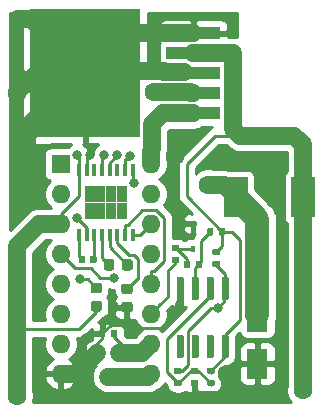
<source format=gbr>
%TF.GenerationSoftware,KiCad,Pcbnew,5.1.5+dfsg1-2build2*%
%TF.CreationDate,2022-09-06T14:28:28-04:00*%
%TF.ProjectId,salt_replacement,73616c74-5f72-4657-906c-6163656d656e,1.1.0*%
%TF.SameCoordinates,Original*%
%TF.FileFunction,Copper,L1,Top*%
%TF.FilePolarity,Positive*%
%FSLAX46Y46*%
G04 Gerber Fmt 4.6, Leading zero omitted, Abs format (unit mm)*
G04 Created by KiCad (PCBNEW 5.1.5+dfsg1-2build2) date 2022-09-06 14:28:28*
%MOMM*%
%LPD*%
G04 APERTURE LIST*
%TA.AperFunction,ComponentPad*%
%ADD10R,1.600000X1.600000*%
%TD*%
%TA.AperFunction,ComponentPad*%
%ADD11O,1.600000X1.600000*%
%TD*%
%TA.AperFunction,SMDPad,CuDef*%
%ADD12R,2.000000X3.400000*%
%TD*%
%TA.AperFunction,SMDPad,CuDef*%
%ADD13R,0.800000X0.900000*%
%TD*%
%TA.AperFunction,SMDPad,CuDef*%
%ADD14R,4.600000X1.100000*%
%TD*%
%TA.AperFunction,SMDPad,CuDef*%
%ADD15R,9.400000X10.800000*%
%TD*%
%TA.AperFunction,SMDPad,CuDef*%
%ADD16R,0.450000X1.050000*%
%TD*%
%TA.AperFunction,SMDPad,CuDef*%
%ADD17R,0.895000X1.470000*%
%TD*%
%TA.AperFunction,SMDPad,CuDef*%
%ADD18C,0.100000*%
%TD*%
%TA.AperFunction,SMDPad,CuDef*%
%ADD19R,1.800000X2.500000*%
%TD*%
%TA.AperFunction,SMDPad,CuDef*%
%ADD20R,0.450000X0.600000*%
%TD*%
%TA.AperFunction,ViaPad*%
%ADD21C,0.800000*%
%TD*%
%TA.AperFunction,ViaPad*%
%ADD22C,1.600000*%
%TD*%
%TA.AperFunction,Conductor*%
%ADD23C,0.250000*%
%TD*%
%TA.AperFunction,Conductor*%
%ADD24C,1.500000*%
%TD*%
%TA.AperFunction,Conductor*%
%ADD25C,2.000000*%
%TD*%
%TA.AperFunction,Conductor*%
%ADD26C,0.254000*%
%TD*%
G04 APERTURE END LIST*
D10*
%TO.P,J1,1*%
%TO.N,N/C*%
X111600000Y-111600000D03*
D11*
%TO.P,J1,9*%
%TO.N,Net-(J1-Pad9)*%
X119220000Y-129380000D03*
%TO.P,J1,2*%
%TO.N,N/C*%
X111600000Y-114140000D03*
%TO.P,J1,10*%
%TO.N,Net-(J1-Pad10)*%
X119220000Y-126840000D03*
%TO.P,J1,3*%
%TO.N,+5V*%
X111600000Y-116680000D03*
%TO.P,J1,11*%
%TO.N,/CASSETTE_DATA_IN*%
X119220000Y-124300000D03*
%TO.P,J1,4*%
%TO.N,/SERIAL_IN_TTL*%
X111600000Y-119220000D03*
%TO.P,J1,12*%
%TO.N,/SERIAL_OUT_RS232*%
X119220000Y-121760000D03*
%TO.P,J1,5*%
%TO.N,/CD_IN_TTL*%
X111600000Y-121760000D03*
%TO.P,J1,13*%
%TO.N,/CD_IN_RS232*%
X119220000Y-119220000D03*
%TO.P,J1,6*%
%TO.N,/SERIAL_OUT_TTL*%
X111600000Y-124300000D03*
%TO.P,J1,14*%
%TO.N,/SERIAL_IN_RS232*%
X119220000Y-116680000D03*
%TO.P,J1,7*%
%TO.N,/CASSETTE_DATA_IN_TTL*%
X111600000Y-126840000D03*
%TO.P,J1,15*%
%TO.N,N/C*%
X119220000Y-114140000D03*
%TO.P,J1,8*%
%TO.N,GND*%
X111600000Y-129380000D03*
%TO.P,J1,16*%
%TO.N,VCC*%
X119220000Y-111600000D03*
%TD*%
D12*
%TO.P,L1,1*%
%TO.N,Net-(D1-Pad1)*%
X126400000Y-114420000D03*
%TO.P,L1,2*%
%TO.N,+5V*%
X132100000Y-114420000D03*
%TD*%
D13*
%TO.P,Q1,1*%
%TO.N,Net-(J1-Pad10)*%
X116550000Y-127600000D03*
%TO.P,Q1,2*%
%TO.N,GND*%
X114650000Y-127600000D03*
%TO.P,Q1,3*%
%TO.N,Net-(J1-Pad9)*%
X115600000Y-129600000D03*
%TD*%
D14*
%TO.P,U1,1*%
%TO.N,VCC*%
X122825000Y-107320000D03*
%TO.P,U1,2*%
%TO.N,Net-(D1-Pad1)*%
X122825000Y-105620000D03*
%TO.P,U1,3*%
%TO.N,GND*%
X122825000Y-103920000D03*
%TO.P,U1,4*%
%TO.N,+5V*%
X122825000Y-102220000D03*
%TO.P,U1,5*%
%TO.N,GND*%
X122825000Y-100520000D03*
D15*
%TO.P,U1,3*%
X113675000Y-103920000D03*
%TD*%
D16*
%TO.P,U2,1*%
%TO.N,Net-(C6-Pad1)*%
X113125000Y-117625000D03*
%TO.P,U2,2*%
%TO.N,Net-(C8-Pad2)*%
X113775000Y-117625000D03*
%TO.P,U2,3*%
%TO.N,Net-(C6-Pad2)*%
X114425000Y-117625000D03*
%TO.P,U2,4*%
%TO.N,Net-(C7-Pad1)*%
X115075000Y-117625000D03*
%TO.P,U2,5*%
%TO.N,Net-(C7-Pad2)*%
X115725000Y-117625000D03*
%TO.P,U2,6*%
%TO.N,Net-(C9-Pad2)*%
X116375000Y-117625000D03*
%TO.P,U2,7*%
%TO.N,/SERIAL_OUT_RS232*%
X117025000Y-117625000D03*
%TO.P,U2,8*%
%TO.N,/SERIAL_IN_RS232*%
X117675000Y-117625000D03*
%TO.P,U2,9*%
%TO.N,/SERIAL_IN_TTL*%
X117675000Y-112075000D03*
%TO.P,U2,10*%
%TO.N,/SERIAL_OUT_TTL*%
X117025000Y-112075000D03*
%TO.P,U2,11*%
%TO.N,N/C*%
X116375000Y-112075000D03*
%TO.P,U2,12*%
%TO.N,/CD_IN_TTL*%
X115725000Y-112075000D03*
%TO.P,U2,13*%
%TO.N,/CD_IN_RS232*%
X115075000Y-112075000D03*
%TO.P,U2,14*%
%TO.N,N/C*%
X114425000Y-112075000D03*
%TO.P,U2,15*%
%TO.N,GND*%
X113775000Y-112075000D03*
%TO.P,U2,16*%
%TO.N,+5V*%
X113125000Y-112075000D03*
D17*
%TO.P,U2,17*%
%TO.N,N/C*%
X116742500Y-114115000D03*
X115847500Y-114115000D03*
X114952500Y-114115000D03*
X114057500Y-114115000D03*
X116742500Y-115585000D03*
X115847500Y-115585000D03*
X114952500Y-115585000D03*
X114057500Y-115585000D03*
%TD*%
%TA.AperFunction,SMDPad,CuDef*%
D18*
%TO.P,C6,1*%
%TO.N,Net-(C6-Pad1)*%
G36*
X113543722Y-119390674D02*
G01*
X113557313Y-119392690D01*
X113570640Y-119396028D01*
X113583576Y-119400657D01*
X113595996Y-119406531D01*
X113607780Y-119413594D01*
X113618815Y-119421779D01*
X113628995Y-119431005D01*
X113638221Y-119441185D01*
X113646406Y-119452220D01*
X113653469Y-119464004D01*
X113659343Y-119476424D01*
X113663972Y-119489360D01*
X113667310Y-119502687D01*
X113669326Y-119516278D01*
X113670000Y-119530000D01*
X113670000Y-119870000D01*
X113669326Y-119883722D01*
X113667310Y-119897313D01*
X113663972Y-119910640D01*
X113659343Y-119923576D01*
X113653469Y-119935996D01*
X113646406Y-119947780D01*
X113638221Y-119958815D01*
X113628995Y-119968995D01*
X113618815Y-119978221D01*
X113607780Y-119986406D01*
X113595996Y-119993469D01*
X113583576Y-119999343D01*
X113570640Y-120003972D01*
X113557313Y-120007310D01*
X113543722Y-120009326D01*
X113530000Y-120010000D01*
X113250000Y-120010000D01*
X113236278Y-120009326D01*
X113222687Y-120007310D01*
X113209360Y-120003972D01*
X113196424Y-119999343D01*
X113184004Y-119993469D01*
X113172220Y-119986406D01*
X113161185Y-119978221D01*
X113151005Y-119968995D01*
X113141779Y-119958815D01*
X113133594Y-119947780D01*
X113126531Y-119935996D01*
X113120657Y-119923576D01*
X113116028Y-119910640D01*
X113112690Y-119897313D01*
X113110674Y-119883722D01*
X113110000Y-119870000D01*
X113110000Y-119530000D01*
X113110674Y-119516278D01*
X113112690Y-119502687D01*
X113116028Y-119489360D01*
X113120657Y-119476424D01*
X113126531Y-119464004D01*
X113133594Y-119452220D01*
X113141779Y-119441185D01*
X113151005Y-119431005D01*
X113161185Y-119421779D01*
X113172220Y-119413594D01*
X113184004Y-119406531D01*
X113196424Y-119400657D01*
X113209360Y-119396028D01*
X113222687Y-119392690D01*
X113236278Y-119390674D01*
X113250000Y-119390000D01*
X113530000Y-119390000D01*
X113543722Y-119390674D01*
G37*
%TD.AperFunction*%
%TA.AperFunction,SMDPad,CuDef*%
%TO.P,C6,2*%
%TO.N,Net-(C6-Pad2)*%
G36*
X114503722Y-119390674D02*
G01*
X114517313Y-119392690D01*
X114530640Y-119396028D01*
X114543576Y-119400657D01*
X114555996Y-119406531D01*
X114567780Y-119413594D01*
X114578815Y-119421779D01*
X114588995Y-119431005D01*
X114598221Y-119441185D01*
X114606406Y-119452220D01*
X114613469Y-119464004D01*
X114619343Y-119476424D01*
X114623972Y-119489360D01*
X114627310Y-119502687D01*
X114629326Y-119516278D01*
X114630000Y-119530000D01*
X114630000Y-119870000D01*
X114629326Y-119883722D01*
X114627310Y-119897313D01*
X114623972Y-119910640D01*
X114619343Y-119923576D01*
X114613469Y-119935996D01*
X114606406Y-119947780D01*
X114598221Y-119958815D01*
X114588995Y-119968995D01*
X114578815Y-119978221D01*
X114567780Y-119986406D01*
X114555996Y-119993469D01*
X114543576Y-119999343D01*
X114530640Y-120003972D01*
X114517313Y-120007310D01*
X114503722Y-120009326D01*
X114490000Y-120010000D01*
X114210000Y-120010000D01*
X114196278Y-120009326D01*
X114182687Y-120007310D01*
X114169360Y-120003972D01*
X114156424Y-119999343D01*
X114144004Y-119993469D01*
X114132220Y-119986406D01*
X114121185Y-119978221D01*
X114111005Y-119968995D01*
X114101779Y-119958815D01*
X114093594Y-119947780D01*
X114086531Y-119935996D01*
X114080657Y-119923576D01*
X114076028Y-119910640D01*
X114072690Y-119897313D01*
X114070674Y-119883722D01*
X114070000Y-119870000D01*
X114070000Y-119530000D01*
X114070674Y-119516278D01*
X114072690Y-119502687D01*
X114076028Y-119489360D01*
X114080657Y-119476424D01*
X114086531Y-119464004D01*
X114093594Y-119452220D01*
X114101779Y-119441185D01*
X114111005Y-119431005D01*
X114121185Y-119421779D01*
X114132220Y-119413594D01*
X114144004Y-119406531D01*
X114156424Y-119400657D01*
X114169360Y-119396028D01*
X114182687Y-119392690D01*
X114196278Y-119390674D01*
X114210000Y-119390000D01*
X114490000Y-119390000D01*
X114503722Y-119390674D01*
G37*
%TD.AperFunction*%
%TD*%
%TA.AperFunction,SMDPad,CuDef*%
%TO.P,C7,2*%
%TO.N,Net-(C7-Pad2)*%
G36*
X117472054Y-119676083D02*
G01*
X117493895Y-119679323D01*
X117515314Y-119684688D01*
X117536104Y-119692127D01*
X117556064Y-119701568D01*
X117575003Y-119712919D01*
X117592738Y-119726073D01*
X117609099Y-119740901D01*
X117623927Y-119757262D01*
X117637081Y-119774997D01*
X117648432Y-119793936D01*
X117657873Y-119813896D01*
X117665312Y-119834686D01*
X117670677Y-119856105D01*
X117673917Y-119877946D01*
X117675000Y-119900000D01*
X117675000Y-120400000D01*
X117673917Y-120422054D01*
X117670677Y-120443895D01*
X117665312Y-120465314D01*
X117657873Y-120486104D01*
X117648432Y-120506064D01*
X117637081Y-120525003D01*
X117623927Y-120542738D01*
X117609099Y-120559099D01*
X117592738Y-120573927D01*
X117575003Y-120587081D01*
X117556064Y-120598432D01*
X117536104Y-120607873D01*
X117515314Y-120615312D01*
X117493895Y-120620677D01*
X117472054Y-120623917D01*
X117450000Y-120625000D01*
X117000000Y-120625000D01*
X116977946Y-120623917D01*
X116956105Y-120620677D01*
X116934686Y-120615312D01*
X116913896Y-120607873D01*
X116893936Y-120598432D01*
X116874997Y-120587081D01*
X116857262Y-120573927D01*
X116840901Y-120559099D01*
X116826073Y-120542738D01*
X116812919Y-120525003D01*
X116801568Y-120506064D01*
X116792127Y-120486104D01*
X116784688Y-120465314D01*
X116779323Y-120443895D01*
X116776083Y-120422054D01*
X116775000Y-120400000D01*
X116775000Y-119900000D01*
X116776083Y-119877946D01*
X116779323Y-119856105D01*
X116784688Y-119834686D01*
X116792127Y-119813896D01*
X116801568Y-119793936D01*
X116812919Y-119774997D01*
X116826073Y-119757262D01*
X116840901Y-119740901D01*
X116857262Y-119726073D01*
X116874997Y-119712919D01*
X116893936Y-119701568D01*
X116913896Y-119692127D01*
X116934686Y-119684688D01*
X116956105Y-119679323D01*
X116977946Y-119676083D01*
X117000000Y-119675000D01*
X117450000Y-119675000D01*
X117472054Y-119676083D01*
G37*
%TD.AperFunction*%
%TA.AperFunction,SMDPad,CuDef*%
%TO.P,C7,1*%
%TO.N,Net-(C7-Pad1)*%
G36*
X115922054Y-119676083D02*
G01*
X115943895Y-119679323D01*
X115965314Y-119684688D01*
X115986104Y-119692127D01*
X116006064Y-119701568D01*
X116025003Y-119712919D01*
X116042738Y-119726073D01*
X116059099Y-119740901D01*
X116073927Y-119757262D01*
X116087081Y-119774997D01*
X116098432Y-119793936D01*
X116107873Y-119813896D01*
X116115312Y-119834686D01*
X116120677Y-119856105D01*
X116123917Y-119877946D01*
X116125000Y-119900000D01*
X116125000Y-120400000D01*
X116123917Y-120422054D01*
X116120677Y-120443895D01*
X116115312Y-120465314D01*
X116107873Y-120486104D01*
X116098432Y-120506064D01*
X116087081Y-120525003D01*
X116073927Y-120542738D01*
X116059099Y-120559099D01*
X116042738Y-120573927D01*
X116025003Y-120587081D01*
X116006064Y-120598432D01*
X115986104Y-120607873D01*
X115965314Y-120615312D01*
X115943895Y-120620677D01*
X115922054Y-120623917D01*
X115900000Y-120625000D01*
X115450000Y-120625000D01*
X115427946Y-120623917D01*
X115406105Y-120620677D01*
X115384686Y-120615312D01*
X115363896Y-120607873D01*
X115343936Y-120598432D01*
X115324997Y-120587081D01*
X115307262Y-120573927D01*
X115290901Y-120559099D01*
X115276073Y-120542738D01*
X115262919Y-120525003D01*
X115251568Y-120506064D01*
X115242127Y-120486104D01*
X115234688Y-120465314D01*
X115229323Y-120443895D01*
X115226083Y-120422054D01*
X115225000Y-120400000D01*
X115225000Y-119900000D01*
X115226083Y-119877946D01*
X115229323Y-119856105D01*
X115234688Y-119834686D01*
X115242127Y-119813896D01*
X115251568Y-119793936D01*
X115262919Y-119774997D01*
X115276073Y-119757262D01*
X115290901Y-119740901D01*
X115307262Y-119726073D01*
X115324997Y-119712919D01*
X115343936Y-119701568D01*
X115363896Y-119692127D01*
X115384686Y-119684688D01*
X115406105Y-119679323D01*
X115427946Y-119676083D01*
X115450000Y-119675000D01*
X115900000Y-119675000D01*
X115922054Y-119676083D01*
G37*
%TD.AperFunction*%
%TD*%
%TA.AperFunction,SMDPad,CuDef*%
%TO.P,C8,1*%
%TO.N,+5V*%
G36*
X114872054Y-123201083D02*
G01*
X114893895Y-123204323D01*
X114915314Y-123209688D01*
X114936104Y-123217127D01*
X114956064Y-123226568D01*
X114975003Y-123237919D01*
X114992738Y-123251073D01*
X115009099Y-123265901D01*
X115023927Y-123282262D01*
X115037081Y-123299997D01*
X115048432Y-123318936D01*
X115057873Y-123338896D01*
X115065312Y-123359686D01*
X115070677Y-123381105D01*
X115073917Y-123402946D01*
X115075000Y-123425000D01*
X115075000Y-123875000D01*
X115073917Y-123897054D01*
X115070677Y-123918895D01*
X115065312Y-123940314D01*
X115057873Y-123961104D01*
X115048432Y-123981064D01*
X115037081Y-124000003D01*
X115023927Y-124017738D01*
X115009099Y-124034099D01*
X114992738Y-124048927D01*
X114975003Y-124062081D01*
X114956064Y-124073432D01*
X114936104Y-124082873D01*
X114915314Y-124090312D01*
X114893895Y-124095677D01*
X114872054Y-124098917D01*
X114850000Y-124100000D01*
X114350000Y-124100000D01*
X114327946Y-124098917D01*
X114306105Y-124095677D01*
X114284686Y-124090312D01*
X114263896Y-124082873D01*
X114243936Y-124073432D01*
X114224997Y-124062081D01*
X114207262Y-124048927D01*
X114190901Y-124034099D01*
X114176073Y-124017738D01*
X114162919Y-124000003D01*
X114151568Y-123981064D01*
X114142127Y-123961104D01*
X114134688Y-123940314D01*
X114129323Y-123918895D01*
X114126083Y-123897054D01*
X114125000Y-123875000D01*
X114125000Y-123425000D01*
X114126083Y-123402946D01*
X114129323Y-123381105D01*
X114134688Y-123359686D01*
X114142127Y-123338896D01*
X114151568Y-123318936D01*
X114162919Y-123299997D01*
X114176073Y-123282262D01*
X114190901Y-123265901D01*
X114207262Y-123251073D01*
X114224997Y-123237919D01*
X114243936Y-123226568D01*
X114263896Y-123217127D01*
X114284686Y-123209688D01*
X114306105Y-123204323D01*
X114327946Y-123201083D01*
X114350000Y-123200000D01*
X114850000Y-123200000D01*
X114872054Y-123201083D01*
G37*
%TD.AperFunction*%
%TA.AperFunction,SMDPad,CuDef*%
%TO.P,C8,2*%
%TO.N,Net-(C8-Pad2)*%
G36*
X114872054Y-121651083D02*
G01*
X114893895Y-121654323D01*
X114915314Y-121659688D01*
X114936104Y-121667127D01*
X114956064Y-121676568D01*
X114975003Y-121687919D01*
X114992738Y-121701073D01*
X115009099Y-121715901D01*
X115023927Y-121732262D01*
X115037081Y-121749997D01*
X115048432Y-121768936D01*
X115057873Y-121788896D01*
X115065312Y-121809686D01*
X115070677Y-121831105D01*
X115073917Y-121852946D01*
X115075000Y-121875000D01*
X115075000Y-122325000D01*
X115073917Y-122347054D01*
X115070677Y-122368895D01*
X115065312Y-122390314D01*
X115057873Y-122411104D01*
X115048432Y-122431064D01*
X115037081Y-122450003D01*
X115023927Y-122467738D01*
X115009099Y-122484099D01*
X114992738Y-122498927D01*
X114975003Y-122512081D01*
X114956064Y-122523432D01*
X114936104Y-122532873D01*
X114915314Y-122540312D01*
X114893895Y-122545677D01*
X114872054Y-122548917D01*
X114850000Y-122550000D01*
X114350000Y-122550000D01*
X114327946Y-122548917D01*
X114306105Y-122545677D01*
X114284686Y-122540312D01*
X114263896Y-122532873D01*
X114243936Y-122523432D01*
X114224997Y-122512081D01*
X114207262Y-122498927D01*
X114190901Y-122484099D01*
X114176073Y-122467738D01*
X114162919Y-122450003D01*
X114151568Y-122431064D01*
X114142127Y-122411104D01*
X114134688Y-122390314D01*
X114129323Y-122368895D01*
X114126083Y-122347054D01*
X114125000Y-122325000D01*
X114125000Y-121875000D01*
X114126083Y-121852946D01*
X114129323Y-121831105D01*
X114134688Y-121809686D01*
X114142127Y-121788896D01*
X114151568Y-121768936D01*
X114162919Y-121749997D01*
X114176073Y-121732262D01*
X114190901Y-121715901D01*
X114207262Y-121701073D01*
X114224997Y-121687919D01*
X114243936Y-121676568D01*
X114263896Y-121667127D01*
X114284686Y-121659688D01*
X114306105Y-121654323D01*
X114327946Y-121651083D01*
X114350000Y-121650000D01*
X114850000Y-121650000D01*
X114872054Y-121651083D01*
G37*
%TD.AperFunction*%
%TD*%
%TA.AperFunction,SMDPad,CuDef*%
%TO.P,C9,1*%
%TO.N,GND*%
G36*
X117472054Y-123276083D02*
G01*
X117493895Y-123279323D01*
X117515314Y-123284688D01*
X117536104Y-123292127D01*
X117556064Y-123301568D01*
X117575003Y-123312919D01*
X117592738Y-123326073D01*
X117609099Y-123340901D01*
X117623927Y-123357262D01*
X117637081Y-123374997D01*
X117648432Y-123393936D01*
X117657873Y-123413896D01*
X117665312Y-123434686D01*
X117670677Y-123456105D01*
X117673917Y-123477946D01*
X117675000Y-123500000D01*
X117675000Y-123950000D01*
X117673917Y-123972054D01*
X117670677Y-123993895D01*
X117665312Y-124015314D01*
X117657873Y-124036104D01*
X117648432Y-124056064D01*
X117637081Y-124075003D01*
X117623927Y-124092738D01*
X117609099Y-124109099D01*
X117592738Y-124123927D01*
X117575003Y-124137081D01*
X117556064Y-124148432D01*
X117536104Y-124157873D01*
X117515314Y-124165312D01*
X117493895Y-124170677D01*
X117472054Y-124173917D01*
X117450000Y-124175000D01*
X116950000Y-124175000D01*
X116927946Y-124173917D01*
X116906105Y-124170677D01*
X116884686Y-124165312D01*
X116863896Y-124157873D01*
X116843936Y-124148432D01*
X116824997Y-124137081D01*
X116807262Y-124123927D01*
X116790901Y-124109099D01*
X116776073Y-124092738D01*
X116762919Y-124075003D01*
X116751568Y-124056064D01*
X116742127Y-124036104D01*
X116734688Y-124015314D01*
X116729323Y-123993895D01*
X116726083Y-123972054D01*
X116725000Y-123950000D01*
X116725000Y-123500000D01*
X116726083Y-123477946D01*
X116729323Y-123456105D01*
X116734688Y-123434686D01*
X116742127Y-123413896D01*
X116751568Y-123393936D01*
X116762919Y-123374997D01*
X116776073Y-123357262D01*
X116790901Y-123340901D01*
X116807262Y-123326073D01*
X116824997Y-123312919D01*
X116843936Y-123301568D01*
X116863896Y-123292127D01*
X116884686Y-123284688D01*
X116906105Y-123279323D01*
X116927946Y-123276083D01*
X116950000Y-123275000D01*
X117450000Y-123275000D01*
X117472054Y-123276083D01*
G37*
%TD.AperFunction*%
%TA.AperFunction,SMDPad,CuDef*%
%TO.P,C9,2*%
%TO.N,Net-(C9-Pad2)*%
G36*
X117472054Y-121726083D02*
G01*
X117493895Y-121729323D01*
X117515314Y-121734688D01*
X117536104Y-121742127D01*
X117556064Y-121751568D01*
X117575003Y-121762919D01*
X117592738Y-121776073D01*
X117609099Y-121790901D01*
X117623927Y-121807262D01*
X117637081Y-121824997D01*
X117648432Y-121843936D01*
X117657873Y-121863896D01*
X117665312Y-121884686D01*
X117670677Y-121906105D01*
X117673917Y-121927946D01*
X117675000Y-121950000D01*
X117675000Y-122400000D01*
X117673917Y-122422054D01*
X117670677Y-122443895D01*
X117665312Y-122465314D01*
X117657873Y-122486104D01*
X117648432Y-122506064D01*
X117637081Y-122525003D01*
X117623927Y-122542738D01*
X117609099Y-122559099D01*
X117592738Y-122573927D01*
X117575003Y-122587081D01*
X117556064Y-122598432D01*
X117536104Y-122607873D01*
X117515314Y-122615312D01*
X117493895Y-122620677D01*
X117472054Y-122623917D01*
X117450000Y-122625000D01*
X116950000Y-122625000D01*
X116927946Y-122623917D01*
X116906105Y-122620677D01*
X116884686Y-122615312D01*
X116863896Y-122607873D01*
X116843936Y-122598432D01*
X116824997Y-122587081D01*
X116807262Y-122573927D01*
X116790901Y-122559099D01*
X116776073Y-122542738D01*
X116762919Y-122525003D01*
X116751568Y-122506064D01*
X116742127Y-122486104D01*
X116734688Y-122465314D01*
X116729323Y-122443895D01*
X116726083Y-122422054D01*
X116725000Y-122400000D01*
X116725000Y-121950000D01*
X116726083Y-121927946D01*
X116729323Y-121906105D01*
X116734688Y-121884686D01*
X116742127Y-121863896D01*
X116751568Y-121843936D01*
X116762919Y-121824997D01*
X116776073Y-121807262D01*
X116790901Y-121790901D01*
X116807262Y-121776073D01*
X116824997Y-121762919D01*
X116843936Y-121751568D01*
X116863896Y-121742127D01*
X116884686Y-121734688D01*
X116906105Y-121729323D01*
X116927946Y-121726083D01*
X116950000Y-121725000D01*
X117450000Y-121725000D01*
X117472054Y-121726083D01*
G37*
%TD.AperFunction*%
%TD*%
%TA.AperFunction,SMDPad,CuDef*%
%TO.P,R2,1*%
%TO.N,Net-(J1-Pad10)*%
G36*
X116268232Y-125630650D02*
G01*
X116281337Y-125632594D01*
X116294188Y-125635813D01*
X116306662Y-125640276D01*
X116318639Y-125645941D01*
X116330002Y-125652752D01*
X116340643Y-125660644D01*
X116350459Y-125669541D01*
X116359356Y-125679357D01*
X116367248Y-125689998D01*
X116374059Y-125701361D01*
X116379724Y-125713338D01*
X116384187Y-125725812D01*
X116387406Y-125738663D01*
X116389350Y-125751768D01*
X116390000Y-125765000D01*
X116390000Y-126135000D01*
X116389350Y-126148232D01*
X116387406Y-126161337D01*
X116384187Y-126174188D01*
X116379724Y-126186662D01*
X116374059Y-126198639D01*
X116367248Y-126210002D01*
X116359356Y-126220643D01*
X116350459Y-126230459D01*
X116340643Y-126239356D01*
X116330002Y-126247248D01*
X116318639Y-126254059D01*
X116306662Y-126259724D01*
X116294188Y-126264187D01*
X116281337Y-126267406D01*
X116268232Y-126269350D01*
X116255000Y-126270000D01*
X115985000Y-126270000D01*
X115971768Y-126269350D01*
X115958663Y-126267406D01*
X115945812Y-126264187D01*
X115933338Y-126259724D01*
X115921361Y-126254059D01*
X115909998Y-126247248D01*
X115899357Y-126239356D01*
X115889541Y-126230459D01*
X115880644Y-126220643D01*
X115872752Y-126210002D01*
X115865941Y-126198639D01*
X115860276Y-126186662D01*
X115855813Y-126174188D01*
X115852594Y-126161337D01*
X115850650Y-126148232D01*
X115850000Y-126135000D01*
X115850000Y-125765000D01*
X115850650Y-125751768D01*
X115852594Y-125738663D01*
X115855813Y-125725812D01*
X115860276Y-125713338D01*
X115865941Y-125701361D01*
X115872752Y-125689998D01*
X115880644Y-125679357D01*
X115889541Y-125669541D01*
X115899357Y-125660644D01*
X115909998Y-125652752D01*
X115921361Y-125645941D01*
X115933338Y-125640276D01*
X115945812Y-125635813D01*
X115958663Y-125632594D01*
X115971768Y-125630650D01*
X115985000Y-125630000D01*
X116255000Y-125630000D01*
X116268232Y-125630650D01*
G37*
%TD.AperFunction*%
%TA.AperFunction,SMDPad,CuDef*%
%TO.P,R2,2*%
%TO.N,GND*%
G36*
X115248232Y-125630650D02*
G01*
X115261337Y-125632594D01*
X115274188Y-125635813D01*
X115286662Y-125640276D01*
X115298639Y-125645941D01*
X115310002Y-125652752D01*
X115320643Y-125660644D01*
X115330459Y-125669541D01*
X115339356Y-125679357D01*
X115347248Y-125689998D01*
X115354059Y-125701361D01*
X115359724Y-125713338D01*
X115364187Y-125725812D01*
X115367406Y-125738663D01*
X115369350Y-125751768D01*
X115370000Y-125765000D01*
X115370000Y-126135000D01*
X115369350Y-126148232D01*
X115367406Y-126161337D01*
X115364187Y-126174188D01*
X115359724Y-126186662D01*
X115354059Y-126198639D01*
X115347248Y-126210002D01*
X115339356Y-126220643D01*
X115330459Y-126230459D01*
X115320643Y-126239356D01*
X115310002Y-126247248D01*
X115298639Y-126254059D01*
X115286662Y-126259724D01*
X115274188Y-126264187D01*
X115261337Y-126267406D01*
X115248232Y-126269350D01*
X115235000Y-126270000D01*
X114965000Y-126270000D01*
X114951768Y-126269350D01*
X114938663Y-126267406D01*
X114925812Y-126264187D01*
X114913338Y-126259724D01*
X114901361Y-126254059D01*
X114889998Y-126247248D01*
X114879357Y-126239356D01*
X114869541Y-126230459D01*
X114860644Y-126220643D01*
X114852752Y-126210002D01*
X114845941Y-126198639D01*
X114840276Y-126186662D01*
X114835813Y-126174188D01*
X114832594Y-126161337D01*
X114830650Y-126148232D01*
X114830000Y-126135000D01*
X114830000Y-125765000D01*
X114830650Y-125751768D01*
X114832594Y-125738663D01*
X114835813Y-125725812D01*
X114840276Y-125713338D01*
X114845941Y-125701361D01*
X114852752Y-125689998D01*
X114860644Y-125679357D01*
X114869541Y-125669541D01*
X114879357Y-125660644D01*
X114889998Y-125652752D01*
X114901361Y-125645941D01*
X114913338Y-125640276D01*
X114925812Y-125635813D01*
X114938663Y-125632594D01*
X114951768Y-125630650D01*
X114965000Y-125630000D01*
X115235000Y-125630000D01*
X115248232Y-125630650D01*
G37*
%TD.AperFunction*%
%TD*%
%TA.AperFunction,SMDPad,CuDef*%
%TO.P,R1,2*%
%TO.N,Net-(R1-Pad2)*%
G36*
X124388232Y-117030650D02*
G01*
X124401337Y-117032594D01*
X124414188Y-117035813D01*
X124426662Y-117040276D01*
X124438639Y-117045941D01*
X124450002Y-117052752D01*
X124460643Y-117060644D01*
X124470459Y-117069541D01*
X124479356Y-117079357D01*
X124487248Y-117089998D01*
X124494059Y-117101361D01*
X124499724Y-117113338D01*
X124504187Y-117125812D01*
X124507406Y-117138663D01*
X124509350Y-117151768D01*
X124510000Y-117165000D01*
X124510000Y-117535000D01*
X124509350Y-117548232D01*
X124507406Y-117561337D01*
X124504187Y-117574188D01*
X124499724Y-117586662D01*
X124494059Y-117598639D01*
X124487248Y-117610002D01*
X124479356Y-117620643D01*
X124470459Y-117630459D01*
X124460643Y-117639356D01*
X124450002Y-117647248D01*
X124438639Y-117654059D01*
X124426662Y-117659724D01*
X124414188Y-117664187D01*
X124401337Y-117667406D01*
X124388232Y-117669350D01*
X124375000Y-117670000D01*
X124105000Y-117670000D01*
X124091768Y-117669350D01*
X124078663Y-117667406D01*
X124065812Y-117664187D01*
X124053338Y-117659724D01*
X124041361Y-117654059D01*
X124029998Y-117647248D01*
X124019357Y-117639356D01*
X124009541Y-117630459D01*
X124000644Y-117620643D01*
X123992752Y-117610002D01*
X123985941Y-117598639D01*
X123980276Y-117586662D01*
X123975813Y-117574188D01*
X123972594Y-117561337D01*
X123970650Y-117548232D01*
X123970000Y-117535000D01*
X123970000Y-117165000D01*
X123970650Y-117151768D01*
X123972594Y-117138663D01*
X123975813Y-117125812D01*
X123980276Y-117113338D01*
X123985941Y-117101361D01*
X123992752Y-117089998D01*
X124000644Y-117079357D01*
X124009541Y-117069541D01*
X124019357Y-117060644D01*
X124029998Y-117052752D01*
X124041361Y-117045941D01*
X124053338Y-117040276D01*
X124065812Y-117035813D01*
X124078663Y-117032594D01*
X124091768Y-117030650D01*
X124105000Y-117030000D01*
X124375000Y-117030000D01*
X124388232Y-117030650D01*
G37*
%TD.AperFunction*%
%TA.AperFunction,SMDPad,CuDef*%
%TO.P,R1,1*%
%TO.N,+5V*%
G36*
X125408232Y-117030650D02*
G01*
X125421337Y-117032594D01*
X125434188Y-117035813D01*
X125446662Y-117040276D01*
X125458639Y-117045941D01*
X125470002Y-117052752D01*
X125480643Y-117060644D01*
X125490459Y-117069541D01*
X125499356Y-117079357D01*
X125507248Y-117089998D01*
X125514059Y-117101361D01*
X125519724Y-117113338D01*
X125524187Y-117125812D01*
X125527406Y-117138663D01*
X125529350Y-117151768D01*
X125530000Y-117165000D01*
X125530000Y-117535000D01*
X125529350Y-117548232D01*
X125527406Y-117561337D01*
X125524187Y-117574188D01*
X125519724Y-117586662D01*
X125514059Y-117598639D01*
X125507248Y-117610002D01*
X125499356Y-117620643D01*
X125490459Y-117630459D01*
X125480643Y-117639356D01*
X125470002Y-117647248D01*
X125458639Y-117654059D01*
X125446662Y-117659724D01*
X125434188Y-117664187D01*
X125421337Y-117667406D01*
X125408232Y-117669350D01*
X125395000Y-117670000D01*
X125125000Y-117670000D01*
X125111768Y-117669350D01*
X125098663Y-117667406D01*
X125085812Y-117664187D01*
X125073338Y-117659724D01*
X125061361Y-117654059D01*
X125049998Y-117647248D01*
X125039357Y-117639356D01*
X125029541Y-117630459D01*
X125020644Y-117620643D01*
X125012752Y-117610002D01*
X125005941Y-117598639D01*
X125000276Y-117586662D01*
X124995813Y-117574188D01*
X124992594Y-117561337D01*
X124990650Y-117548232D01*
X124990000Y-117535000D01*
X124990000Y-117165000D01*
X124990650Y-117151768D01*
X124992594Y-117138663D01*
X124995813Y-117125812D01*
X125000276Y-117113338D01*
X125005941Y-117101361D01*
X125012752Y-117089998D01*
X125020644Y-117079357D01*
X125029541Y-117069541D01*
X125039357Y-117060644D01*
X125049998Y-117052752D01*
X125061361Y-117045941D01*
X125073338Y-117040276D01*
X125085812Y-117035813D01*
X125098663Y-117032594D01*
X125111768Y-117030650D01*
X125125000Y-117030000D01*
X125395000Y-117030000D01*
X125408232Y-117030650D01*
G37*
%TD.AperFunction*%
%TD*%
%TA.AperFunction,SMDPad,CuDef*%
%TO.P,R3,1*%
%TO.N,+5V*%
G36*
X124498232Y-128840650D02*
G01*
X124511337Y-128842594D01*
X124524188Y-128845813D01*
X124536662Y-128850276D01*
X124548639Y-128855941D01*
X124560002Y-128862752D01*
X124570643Y-128870644D01*
X124580459Y-128879541D01*
X124589356Y-128889357D01*
X124597248Y-128899998D01*
X124604059Y-128911361D01*
X124609724Y-128923338D01*
X124614187Y-128935812D01*
X124617406Y-128948663D01*
X124619350Y-128961768D01*
X124620000Y-128975000D01*
X124620000Y-129245000D01*
X124619350Y-129258232D01*
X124617406Y-129271337D01*
X124614187Y-129284188D01*
X124609724Y-129296662D01*
X124604059Y-129308639D01*
X124597248Y-129320002D01*
X124589356Y-129330643D01*
X124580459Y-129340459D01*
X124570643Y-129349356D01*
X124560002Y-129357248D01*
X124548639Y-129364059D01*
X124536662Y-129369724D01*
X124524188Y-129374187D01*
X124511337Y-129377406D01*
X124498232Y-129379350D01*
X124485000Y-129380000D01*
X124115000Y-129380000D01*
X124101768Y-129379350D01*
X124088663Y-129377406D01*
X124075812Y-129374187D01*
X124063338Y-129369724D01*
X124051361Y-129364059D01*
X124039998Y-129357248D01*
X124029357Y-129349356D01*
X124019541Y-129340459D01*
X124010644Y-129330643D01*
X124002752Y-129320002D01*
X123995941Y-129308639D01*
X123990276Y-129296662D01*
X123985813Y-129284188D01*
X123982594Y-129271337D01*
X123980650Y-129258232D01*
X123980000Y-129245000D01*
X123980000Y-128975000D01*
X123980650Y-128961768D01*
X123982594Y-128948663D01*
X123985813Y-128935812D01*
X123990276Y-128923338D01*
X123995941Y-128911361D01*
X124002752Y-128899998D01*
X124010644Y-128889357D01*
X124019541Y-128879541D01*
X124029357Y-128870644D01*
X124039998Y-128862752D01*
X124051361Y-128855941D01*
X124063338Y-128850276D01*
X124075812Y-128845813D01*
X124088663Y-128842594D01*
X124101768Y-128840650D01*
X124115000Y-128840000D01*
X124485000Y-128840000D01*
X124498232Y-128840650D01*
G37*
%TD.AperFunction*%
%TA.AperFunction,SMDPad,CuDef*%
%TO.P,R3,2*%
%TO.N,Net-(R3-Pad2)*%
G36*
X124498232Y-129860650D02*
G01*
X124511337Y-129862594D01*
X124524188Y-129865813D01*
X124536662Y-129870276D01*
X124548639Y-129875941D01*
X124560002Y-129882752D01*
X124570643Y-129890644D01*
X124580459Y-129899541D01*
X124589356Y-129909357D01*
X124597248Y-129919998D01*
X124604059Y-129931361D01*
X124609724Y-129943338D01*
X124614187Y-129955812D01*
X124617406Y-129968663D01*
X124619350Y-129981768D01*
X124620000Y-129995000D01*
X124620000Y-130265000D01*
X124619350Y-130278232D01*
X124617406Y-130291337D01*
X124614187Y-130304188D01*
X124609724Y-130316662D01*
X124604059Y-130328639D01*
X124597248Y-130340002D01*
X124589356Y-130350643D01*
X124580459Y-130360459D01*
X124570643Y-130369356D01*
X124560002Y-130377248D01*
X124548639Y-130384059D01*
X124536662Y-130389724D01*
X124524188Y-130394187D01*
X124511337Y-130397406D01*
X124498232Y-130399350D01*
X124485000Y-130400000D01*
X124115000Y-130400000D01*
X124101768Y-130399350D01*
X124088663Y-130397406D01*
X124075812Y-130394187D01*
X124063338Y-130389724D01*
X124051361Y-130384059D01*
X124039998Y-130377248D01*
X124029357Y-130369356D01*
X124019541Y-130360459D01*
X124010644Y-130350643D01*
X124002752Y-130340002D01*
X123995941Y-130328639D01*
X123990276Y-130316662D01*
X123985813Y-130304188D01*
X123982594Y-130291337D01*
X123980650Y-130278232D01*
X123980000Y-130265000D01*
X123980000Y-129995000D01*
X123980650Y-129981768D01*
X123982594Y-129968663D01*
X123985813Y-129955812D01*
X123990276Y-129943338D01*
X123995941Y-129931361D01*
X124002752Y-129919998D01*
X124010644Y-129909357D01*
X124019541Y-129899541D01*
X124029357Y-129890644D01*
X124039998Y-129882752D01*
X124051361Y-129875941D01*
X124063338Y-129870276D01*
X124075812Y-129865813D01*
X124088663Y-129862594D01*
X124101768Y-129860650D01*
X124115000Y-129860000D01*
X124485000Y-129860000D01*
X124498232Y-129860650D01*
G37*
%TD.AperFunction*%
%TD*%
%TA.AperFunction,SMDPad,CuDef*%
%TO.P,R4,2*%
%TO.N,/CASSETTE_DATA_IN_TTL*%
G36*
X124948232Y-119790650D02*
G01*
X124961337Y-119792594D01*
X124974188Y-119795813D01*
X124986662Y-119800276D01*
X124998639Y-119805941D01*
X125010002Y-119812752D01*
X125020643Y-119820644D01*
X125030459Y-119829541D01*
X125039356Y-119839357D01*
X125047248Y-119849998D01*
X125054059Y-119861361D01*
X125059724Y-119873338D01*
X125064187Y-119885812D01*
X125067406Y-119898663D01*
X125069350Y-119911768D01*
X125070000Y-119925000D01*
X125070000Y-120195000D01*
X125069350Y-120208232D01*
X125067406Y-120221337D01*
X125064187Y-120234188D01*
X125059724Y-120246662D01*
X125054059Y-120258639D01*
X125047248Y-120270002D01*
X125039356Y-120280643D01*
X125030459Y-120290459D01*
X125020643Y-120299356D01*
X125010002Y-120307248D01*
X124998639Y-120314059D01*
X124986662Y-120319724D01*
X124974188Y-120324187D01*
X124961337Y-120327406D01*
X124948232Y-120329350D01*
X124935000Y-120330000D01*
X124565000Y-120330000D01*
X124551768Y-120329350D01*
X124538663Y-120327406D01*
X124525812Y-120324187D01*
X124513338Y-120319724D01*
X124501361Y-120314059D01*
X124489998Y-120307248D01*
X124479357Y-120299356D01*
X124469541Y-120290459D01*
X124460644Y-120280643D01*
X124452752Y-120270002D01*
X124445941Y-120258639D01*
X124440276Y-120246662D01*
X124435813Y-120234188D01*
X124432594Y-120221337D01*
X124430650Y-120208232D01*
X124430000Y-120195000D01*
X124430000Y-119925000D01*
X124430650Y-119911768D01*
X124432594Y-119898663D01*
X124435813Y-119885812D01*
X124440276Y-119873338D01*
X124445941Y-119861361D01*
X124452752Y-119849998D01*
X124460644Y-119839357D01*
X124469541Y-119829541D01*
X124479357Y-119820644D01*
X124489998Y-119812752D01*
X124501361Y-119805941D01*
X124513338Y-119800276D01*
X124525812Y-119795813D01*
X124538663Y-119792594D01*
X124551768Y-119790650D01*
X124565000Y-119790000D01*
X124935000Y-119790000D01*
X124948232Y-119790650D01*
G37*
%TD.AperFunction*%
%TA.AperFunction,SMDPad,CuDef*%
%TO.P,R4,1*%
%TO.N,+5V*%
G36*
X124948232Y-118770650D02*
G01*
X124961337Y-118772594D01*
X124974188Y-118775813D01*
X124986662Y-118780276D01*
X124998639Y-118785941D01*
X125010002Y-118792752D01*
X125020643Y-118800644D01*
X125030459Y-118809541D01*
X125039356Y-118819357D01*
X125047248Y-118829998D01*
X125054059Y-118841361D01*
X125059724Y-118853338D01*
X125064187Y-118865812D01*
X125067406Y-118878663D01*
X125069350Y-118891768D01*
X125070000Y-118905000D01*
X125070000Y-119175000D01*
X125069350Y-119188232D01*
X125067406Y-119201337D01*
X125064187Y-119214188D01*
X125059724Y-119226662D01*
X125054059Y-119238639D01*
X125047248Y-119250002D01*
X125039356Y-119260643D01*
X125030459Y-119270459D01*
X125020643Y-119279356D01*
X125010002Y-119287248D01*
X124998639Y-119294059D01*
X124986662Y-119299724D01*
X124974188Y-119304187D01*
X124961337Y-119307406D01*
X124948232Y-119309350D01*
X124935000Y-119310000D01*
X124565000Y-119310000D01*
X124551768Y-119309350D01*
X124538663Y-119307406D01*
X124525812Y-119304187D01*
X124513338Y-119299724D01*
X124501361Y-119294059D01*
X124489998Y-119287248D01*
X124479357Y-119279356D01*
X124469541Y-119270459D01*
X124460644Y-119260643D01*
X124452752Y-119250002D01*
X124445941Y-119238639D01*
X124440276Y-119226662D01*
X124435813Y-119214188D01*
X124432594Y-119201337D01*
X124430650Y-119188232D01*
X124430000Y-119175000D01*
X124430000Y-118905000D01*
X124430650Y-118891768D01*
X124432594Y-118878663D01*
X124435813Y-118865812D01*
X124440276Y-118853338D01*
X124445941Y-118841361D01*
X124452752Y-118829998D01*
X124460644Y-118819357D01*
X124469541Y-118809541D01*
X124479357Y-118800644D01*
X124489998Y-118792752D01*
X124501361Y-118785941D01*
X124513338Y-118780276D01*
X124525812Y-118775813D01*
X124538663Y-118772594D01*
X124551768Y-118770650D01*
X124565000Y-118770000D01*
X124935000Y-118770000D01*
X124948232Y-118770650D01*
G37*
%TD.AperFunction*%
%TD*%
%TA.AperFunction,SMDPad,CuDef*%
%TO.P,R5,1*%
%TO.N,Net-(D2-Pad1)*%
G36*
X121498232Y-118470650D02*
G01*
X121511337Y-118472594D01*
X121524188Y-118475813D01*
X121536662Y-118480276D01*
X121548639Y-118485941D01*
X121560002Y-118492752D01*
X121570643Y-118500644D01*
X121580459Y-118509541D01*
X121589356Y-118519357D01*
X121597248Y-118529998D01*
X121604059Y-118541361D01*
X121609724Y-118553338D01*
X121614187Y-118565812D01*
X121617406Y-118578663D01*
X121619350Y-118591768D01*
X121620000Y-118605000D01*
X121620000Y-118875000D01*
X121619350Y-118888232D01*
X121617406Y-118901337D01*
X121614187Y-118914188D01*
X121609724Y-118926662D01*
X121604059Y-118938639D01*
X121597248Y-118950002D01*
X121589356Y-118960643D01*
X121580459Y-118970459D01*
X121570643Y-118979356D01*
X121560002Y-118987248D01*
X121548639Y-118994059D01*
X121536662Y-118999724D01*
X121524188Y-119004187D01*
X121511337Y-119007406D01*
X121498232Y-119009350D01*
X121485000Y-119010000D01*
X121115000Y-119010000D01*
X121101768Y-119009350D01*
X121088663Y-119007406D01*
X121075812Y-119004187D01*
X121063338Y-118999724D01*
X121051361Y-118994059D01*
X121039998Y-118987248D01*
X121029357Y-118979356D01*
X121019541Y-118970459D01*
X121010644Y-118960643D01*
X121002752Y-118950002D01*
X120995941Y-118938639D01*
X120990276Y-118926662D01*
X120985813Y-118914188D01*
X120982594Y-118901337D01*
X120980650Y-118888232D01*
X120980000Y-118875000D01*
X120980000Y-118605000D01*
X120980650Y-118591768D01*
X120982594Y-118578663D01*
X120985813Y-118565812D01*
X120990276Y-118553338D01*
X120995941Y-118541361D01*
X121002752Y-118529998D01*
X121010644Y-118519357D01*
X121019541Y-118509541D01*
X121029357Y-118500644D01*
X121039998Y-118492752D01*
X121051361Y-118485941D01*
X121063338Y-118480276D01*
X121075812Y-118475813D01*
X121088663Y-118472594D01*
X121101768Y-118470650D01*
X121115000Y-118470000D01*
X121485000Y-118470000D01*
X121498232Y-118470650D01*
G37*
%TD.AperFunction*%
%TA.AperFunction,SMDPad,CuDef*%
%TO.P,R5,2*%
%TO.N,/CASSETTE_DATA_IN*%
G36*
X121498232Y-119490650D02*
G01*
X121511337Y-119492594D01*
X121524188Y-119495813D01*
X121536662Y-119500276D01*
X121548639Y-119505941D01*
X121560002Y-119512752D01*
X121570643Y-119520644D01*
X121580459Y-119529541D01*
X121589356Y-119539357D01*
X121597248Y-119549998D01*
X121604059Y-119561361D01*
X121609724Y-119573338D01*
X121614187Y-119585812D01*
X121617406Y-119598663D01*
X121619350Y-119611768D01*
X121620000Y-119625000D01*
X121620000Y-119895000D01*
X121619350Y-119908232D01*
X121617406Y-119921337D01*
X121614187Y-119934188D01*
X121609724Y-119946662D01*
X121604059Y-119958639D01*
X121597248Y-119970002D01*
X121589356Y-119980643D01*
X121580459Y-119990459D01*
X121570643Y-119999356D01*
X121560002Y-120007248D01*
X121548639Y-120014059D01*
X121536662Y-120019724D01*
X121524188Y-120024187D01*
X121511337Y-120027406D01*
X121498232Y-120029350D01*
X121485000Y-120030000D01*
X121115000Y-120030000D01*
X121101768Y-120029350D01*
X121088663Y-120027406D01*
X121075812Y-120024187D01*
X121063338Y-120019724D01*
X121051361Y-120014059D01*
X121039998Y-120007248D01*
X121029357Y-119999356D01*
X121019541Y-119990459D01*
X121010644Y-119980643D01*
X121002752Y-119970002D01*
X120995941Y-119958639D01*
X120990276Y-119946662D01*
X120985813Y-119934188D01*
X120982594Y-119921337D01*
X120980650Y-119908232D01*
X120980000Y-119895000D01*
X120980000Y-119625000D01*
X120980650Y-119611768D01*
X120982594Y-119598663D01*
X120985813Y-119585812D01*
X120990276Y-119573338D01*
X120995941Y-119561361D01*
X121002752Y-119549998D01*
X121010644Y-119539357D01*
X121019541Y-119529541D01*
X121029357Y-119520644D01*
X121039998Y-119512752D01*
X121051361Y-119505941D01*
X121063338Y-119500276D01*
X121075812Y-119495813D01*
X121088663Y-119492594D01*
X121101768Y-119490650D01*
X121115000Y-119490000D01*
X121485000Y-119490000D01*
X121498232Y-119490650D01*
G37*
%TD.AperFunction*%
%TD*%
%TA.AperFunction,SMDPad,CuDef*%
%TO.P,R6,1*%
%TO.N,Net-(R1-Pad2)*%
G36*
X123458232Y-119780650D02*
G01*
X123471337Y-119782594D01*
X123484188Y-119785813D01*
X123496662Y-119790276D01*
X123508639Y-119795941D01*
X123520002Y-119802752D01*
X123530643Y-119810644D01*
X123540459Y-119819541D01*
X123549356Y-119829357D01*
X123557248Y-119839998D01*
X123564059Y-119851361D01*
X123569724Y-119863338D01*
X123574187Y-119875812D01*
X123577406Y-119888663D01*
X123579350Y-119901768D01*
X123580000Y-119915000D01*
X123580000Y-120285000D01*
X123579350Y-120298232D01*
X123577406Y-120311337D01*
X123574187Y-120324188D01*
X123569724Y-120336662D01*
X123564059Y-120348639D01*
X123557248Y-120360002D01*
X123549356Y-120370643D01*
X123540459Y-120380459D01*
X123530643Y-120389356D01*
X123520002Y-120397248D01*
X123508639Y-120404059D01*
X123496662Y-120409724D01*
X123484188Y-120414187D01*
X123471337Y-120417406D01*
X123458232Y-120419350D01*
X123445000Y-120420000D01*
X123175000Y-120420000D01*
X123161768Y-120419350D01*
X123148663Y-120417406D01*
X123135812Y-120414187D01*
X123123338Y-120409724D01*
X123111361Y-120404059D01*
X123099998Y-120397248D01*
X123089357Y-120389356D01*
X123079541Y-120380459D01*
X123070644Y-120370643D01*
X123062752Y-120360002D01*
X123055941Y-120348639D01*
X123050276Y-120336662D01*
X123045813Y-120324188D01*
X123042594Y-120311337D01*
X123040650Y-120298232D01*
X123040000Y-120285000D01*
X123040000Y-119915000D01*
X123040650Y-119901768D01*
X123042594Y-119888663D01*
X123045813Y-119875812D01*
X123050276Y-119863338D01*
X123055941Y-119851361D01*
X123062752Y-119839998D01*
X123070644Y-119829357D01*
X123079541Y-119819541D01*
X123089357Y-119810644D01*
X123099998Y-119802752D01*
X123111361Y-119795941D01*
X123123338Y-119790276D01*
X123135812Y-119785813D01*
X123148663Y-119782594D01*
X123161768Y-119780650D01*
X123175000Y-119780000D01*
X123445000Y-119780000D01*
X123458232Y-119780650D01*
G37*
%TD.AperFunction*%
%TA.AperFunction,SMDPad,CuDef*%
%TO.P,R6,2*%
%TO.N,Net-(D2-Pad1)*%
G36*
X122438232Y-119780650D02*
G01*
X122451337Y-119782594D01*
X122464188Y-119785813D01*
X122476662Y-119790276D01*
X122488639Y-119795941D01*
X122500002Y-119802752D01*
X122510643Y-119810644D01*
X122520459Y-119819541D01*
X122529356Y-119829357D01*
X122537248Y-119839998D01*
X122544059Y-119851361D01*
X122549724Y-119863338D01*
X122554187Y-119875812D01*
X122557406Y-119888663D01*
X122559350Y-119901768D01*
X122560000Y-119915000D01*
X122560000Y-120285000D01*
X122559350Y-120298232D01*
X122557406Y-120311337D01*
X122554187Y-120324188D01*
X122549724Y-120336662D01*
X122544059Y-120348639D01*
X122537248Y-120360002D01*
X122529356Y-120370643D01*
X122520459Y-120380459D01*
X122510643Y-120389356D01*
X122500002Y-120397248D01*
X122488639Y-120404059D01*
X122476662Y-120409724D01*
X122464188Y-120414187D01*
X122451337Y-120417406D01*
X122438232Y-120419350D01*
X122425000Y-120420000D01*
X122155000Y-120420000D01*
X122141768Y-120419350D01*
X122128663Y-120417406D01*
X122115812Y-120414187D01*
X122103338Y-120409724D01*
X122091361Y-120404059D01*
X122079998Y-120397248D01*
X122069357Y-120389356D01*
X122059541Y-120380459D01*
X122050644Y-120370643D01*
X122042752Y-120360002D01*
X122035941Y-120348639D01*
X122030276Y-120336662D01*
X122025813Y-120324188D01*
X122022594Y-120311337D01*
X122020650Y-120298232D01*
X122020000Y-120285000D01*
X122020000Y-119915000D01*
X122020650Y-119901768D01*
X122022594Y-119888663D01*
X122025813Y-119875812D01*
X122030276Y-119863338D01*
X122035941Y-119851361D01*
X122042752Y-119839998D01*
X122050644Y-119829357D01*
X122059541Y-119819541D01*
X122069357Y-119810644D01*
X122079998Y-119802752D01*
X122091361Y-119795941D01*
X122103338Y-119790276D01*
X122115812Y-119785813D01*
X122128663Y-119782594D01*
X122141768Y-119780650D01*
X122155000Y-119780000D01*
X122425000Y-119780000D01*
X122438232Y-119780650D01*
G37*
%TD.AperFunction*%
%TD*%
%TA.AperFunction,SMDPad,CuDef*%
%TO.P,R7,2*%
%TO.N,Net-(R3-Pad2)*%
G36*
X121698232Y-129860650D02*
G01*
X121711337Y-129862594D01*
X121724188Y-129865813D01*
X121736662Y-129870276D01*
X121748639Y-129875941D01*
X121760002Y-129882752D01*
X121770643Y-129890644D01*
X121780459Y-129899541D01*
X121789356Y-129909357D01*
X121797248Y-129919998D01*
X121804059Y-129931361D01*
X121809724Y-129943338D01*
X121814187Y-129955812D01*
X121817406Y-129968663D01*
X121819350Y-129981768D01*
X121820000Y-129995000D01*
X121820000Y-130265000D01*
X121819350Y-130278232D01*
X121817406Y-130291337D01*
X121814187Y-130304188D01*
X121809724Y-130316662D01*
X121804059Y-130328639D01*
X121797248Y-130340002D01*
X121789356Y-130350643D01*
X121780459Y-130360459D01*
X121770643Y-130369356D01*
X121760002Y-130377248D01*
X121748639Y-130384059D01*
X121736662Y-130389724D01*
X121724188Y-130394187D01*
X121711337Y-130397406D01*
X121698232Y-130399350D01*
X121685000Y-130400000D01*
X121315000Y-130400000D01*
X121301768Y-130399350D01*
X121288663Y-130397406D01*
X121275812Y-130394187D01*
X121263338Y-130389724D01*
X121251361Y-130384059D01*
X121239998Y-130377248D01*
X121229357Y-130369356D01*
X121219541Y-130360459D01*
X121210644Y-130350643D01*
X121202752Y-130340002D01*
X121195941Y-130328639D01*
X121190276Y-130316662D01*
X121185813Y-130304188D01*
X121182594Y-130291337D01*
X121180650Y-130278232D01*
X121180000Y-130265000D01*
X121180000Y-129995000D01*
X121180650Y-129981768D01*
X121182594Y-129968663D01*
X121185813Y-129955812D01*
X121190276Y-129943338D01*
X121195941Y-129931361D01*
X121202752Y-129919998D01*
X121210644Y-129909357D01*
X121219541Y-129899541D01*
X121229357Y-129890644D01*
X121239998Y-129882752D01*
X121251361Y-129875941D01*
X121263338Y-129870276D01*
X121275812Y-129865813D01*
X121288663Y-129862594D01*
X121301768Y-129860650D01*
X121315000Y-129860000D01*
X121685000Y-129860000D01*
X121698232Y-129860650D01*
G37*
%TD.AperFunction*%
%TA.AperFunction,SMDPad,CuDef*%
%TO.P,R7,1*%
%TO.N,/CASSETTE_DATA_IN_TTL*%
G36*
X121698232Y-128840650D02*
G01*
X121711337Y-128842594D01*
X121724188Y-128845813D01*
X121736662Y-128850276D01*
X121748639Y-128855941D01*
X121760002Y-128862752D01*
X121770643Y-128870644D01*
X121780459Y-128879541D01*
X121789356Y-128889357D01*
X121797248Y-128899998D01*
X121804059Y-128911361D01*
X121809724Y-128923338D01*
X121814187Y-128935812D01*
X121817406Y-128948663D01*
X121819350Y-128961768D01*
X121820000Y-128975000D01*
X121820000Y-129245000D01*
X121819350Y-129258232D01*
X121817406Y-129271337D01*
X121814187Y-129284188D01*
X121809724Y-129296662D01*
X121804059Y-129308639D01*
X121797248Y-129320002D01*
X121789356Y-129330643D01*
X121780459Y-129340459D01*
X121770643Y-129349356D01*
X121760002Y-129357248D01*
X121748639Y-129364059D01*
X121736662Y-129369724D01*
X121724188Y-129374187D01*
X121711337Y-129377406D01*
X121698232Y-129379350D01*
X121685000Y-129380000D01*
X121315000Y-129380000D01*
X121301768Y-129379350D01*
X121288663Y-129377406D01*
X121275812Y-129374187D01*
X121263338Y-129369724D01*
X121251361Y-129364059D01*
X121239998Y-129357248D01*
X121229357Y-129349356D01*
X121219541Y-129340459D01*
X121210644Y-129330643D01*
X121202752Y-129320002D01*
X121195941Y-129308639D01*
X121190276Y-129296662D01*
X121185813Y-129284188D01*
X121182594Y-129271337D01*
X121180650Y-129258232D01*
X121180000Y-129245000D01*
X121180000Y-128975000D01*
X121180650Y-128961768D01*
X121182594Y-128948663D01*
X121185813Y-128935812D01*
X121190276Y-128923338D01*
X121195941Y-128911361D01*
X121202752Y-128899998D01*
X121210644Y-128889357D01*
X121219541Y-128879541D01*
X121229357Y-128870644D01*
X121239998Y-128862752D01*
X121251361Y-128855941D01*
X121263338Y-128850276D01*
X121275812Y-128845813D01*
X121288663Y-128842594D01*
X121301768Y-128840650D01*
X121315000Y-128840000D01*
X121685000Y-128840000D01*
X121698232Y-128840650D01*
G37*
%TD.AperFunction*%
%TD*%
%TA.AperFunction,SMDPad,CuDef*%
%TO.P,R8,2*%
%TO.N,GND*%
G36*
X123098232Y-129860650D02*
G01*
X123111337Y-129862594D01*
X123124188Y-129865813D01*
X123136662Y-129870276D01*
X123148639Y-129875941D01*
X123160002Y-129882752D01*
X123170643Y-129890644D01*
X123180459Y-129899541D01*
X123189356Y-129909357D01*
X123197248Y-129919998D01*
X123204059Y-129931361D01*
X123209724Y-129943338D01*
X123214187Y-129955812D01*
X123217406Y-129968663D01*
X123219350Y-129981768D01*
X123220000Y-129995000D01*
X123220000Y-130265000D01*
X123219350Y-130278232D01*
X123217406Y-130291337D01*
X123214187Y-130304188D01*
X123209724Y-130316662D01*
X123204059Y-130328639D01*
X123197248Y-130340002D01*
X123189356Y-130350643D01*
X123180459Y-130360459D01*
X123170643Y-130369356D01*
X123160002Y-130377248D01*
X123148639Y-130384059D01*
X123136662Y-130389724D01*
X123124188Y-130394187D01*
X123111337Y-130397406D01*
X123098232Y-130399350D01*
X123085000Y-130400000D01*
X122715000Y-130400000D01*
X122701768Y-130399350D01*
X122688663Y-130397406D01*
X122675812Y-130394187D01*
X122663338Y-130389724D01*
X122651361Y-130384059D01*
X122639998Y-130377248D01*
X122629357Y-130369356D01*
X122619541Y-130360459D01*
X122610644Y-130350643D01*
X122602752Y-130340002D01*
X122595941Y-130328639D01*
X122590276Y-130316662D01*
X122585813Y-130304188D01*
X122582594Y-130291337D01*
X122580650Y-130278232D01*
X122580000Y-130265000D01*
X122580000Y-129995000D01*
X122580650Y-129981768D01*
X122582594Y-129968663D01*
X122585813Y-129955812D01*
X122590276Y-129943338D01*
X122595941Y-129931361D01*
X122602752Y-129919998D01*
X122610644Y-129909357D01*
X122619541Y-129899541D01*
X122629357Y-129890644D01*
X122639998Y-129882752D01*
X122651361Y-129875941D01*
X122663338Y-129870276D01*
X122675812Y-129865813D01*
X122688663Y-129862594D01*
X122701768Y-129860650D01*
X122715000Y-129860000D01*
X123085000Y-129860000D01*
X123098232Y-129860650D01*
G37*
%TD.AperFunction*%
%TA.AperFunction,SMDPad,CuDef*%
%TO.P,R8,1*%
%TO.N,Net-(R3-Pad2)*%
G36*
X123098232Y-128840650D02*
G01*
X123111337Y-128842594D01*
X123124188Y-128845813D01*
X123136662Y-128850276D01*
X123148639Y-128855941D01*
X123160002Y-128862752D01*
X123170643Y-128870644D01*
X123180459Y-128879541D01*
X123189356Y-128889357D01*
X123197248Y-128899998D01*
X123204059Y-128911361D01*
X123209724Y-128923338D01*
X123214187Y-128935812D01*
X123217406Y-128948663D01*
X123219350Y-128961768D01*
X123220000Y-128975000D01*
X123220000Y-129245000D01*
X123219350Y-129258232D01*
X123217406Y-129271337D01*
X123214187Y-129284188D01*
X123209724Y-129296662D01*
X123204059Y-129308639D01*
X123197248Y-129320002D01*
X123189356Y-129330643D01*
X123180459Y-129340459D01*
X123170643Y-129349356D01*
X123160002Y-129357248D01*
X123148639Y-129364059D01*
X123136662Y-129369724D01*
X123124188Y-129374187D01*
X123111337Y-129377406D01*
X123098232Y-129379350D01*
X123085000Y-129380000D01*
X122715000Y-129380000D01*
X122701768Y-129379350D01*
X122688663Y-129377406D01*
X122675812Y-129374187D01*
X122663338Y-129369724D01*
X122651361Y-129364059D01*
X122639998Y-129357248D01*
X122629357Y-129349356D01*
X122619541Y-129340459D01*
X122610644Y-129330643D01*
X122602752Y-129320002D01*
X122595941Y-129308639D01*
X122590276Y-129296662D01*
X122585813Y-129284188D01*
X122582594Y-129271337D01*
X122580650Y-129258232D01*
X122580000Y-129245000D01*
X122580000Y-128975000D01*
X122580650Y-128961768D01*
X122582594Y-128948663D01*
X122585813Y-128935812D01*
X122590276Y-128923338D01*
X122595941Y-128911361D01*
X122602752Y-128899998D01*
X122610644Y-128889357D01*
X122619541Y-128879541D01*
X122629357Y-128870644D01*
X122639998Y-128862752D01*
X122651361Y-128855941D01*
X122663338Y-128850276D01*
X122675812Y-128845813D01*
X122688663Y-128842594D01*
X122701768Y-128840650D01*
X122715000Y-128840000D01*
X123085000Y-128840000D01*
X123098232Y-128840650D01*
G37*
%TD.AperFunction*%
%TD*%
D19*
%TO.P,D1,1*%
%TO.N,Net-(D1-Pad1)*%
X128250000Y-124520000D03*
%TO.P,D1,2*%
%TO.N,GND*%
X128250000Y-128520000D03*
%TD*%
D20*
%TO.P,D2,1*%
%TO.N,Net-(D2-Pad1)*%
X122800000Y-118770000D03*
%TO.P,D2,2*%
%TO.N,GND*%
X122800000Y-116670000D03*
%TD*%
%TA.AperFunction,SMDPad,CuDef*%
D18*
%TO.P,U3,1*%
%TO.N,/CASSETTE_DATA_IN_TTL*%
G36*
X125669703Y-121150722D02*
G01*
X125684264Y-121152882D01*
X125698543Y-121156459D01*
X125712403Y-121161418D01*
X125725710Y-121167712D01*
X125738336Y-121175280D01*
X125750159Y-121184048D01*
X125761066Y-121193934D01*
X125770952Y-121204841D01*
X125779720Y-121216664D01*
X125787288Y-121229290D01*
X125793582Y-121242597D01*
X125798541Y-121256457D01*
X125802118Y-121270736D01*
X125804278Y-121285297D01*
X125805000Y-121300000D01*
X125805000Y-122950000D01*
X125804278Y-122964703D01*
X125802118Y-122979264D01*
X125798541Y-122993543D01*
X125793582Y-123007403D01*
X125787288Y-123020710D01*
X125779720Y-123033336D01*
X125770952Y-123045159D01*
X125761066Y-123056066D01*
X125750159Y-123065952D01*
X125738336Y-123074720D01*
X125725710Y-123082288D01*
X125712403Y-123088582D01*
X125698543Y-123093541D01*
X125684264Y-123097118D01*
X125669703Y-123099278D01*
X125655000Y-123100000D01*
X125355000Y-123100000D01*
X125340297Y-123099278D01*
X125325736Y-123097118D01*
X125311457Y-123093541D01*
X125297597Y-123088582D01*
X125284290Y-123082288D01*
X125271664Y-123074720D01*
X125259841Y-123065952D01*
X125248934Y-123056066D01*
X125239048Y-123045159D01*
X125230280Y-123033336D01*
X125222712Y-123020710D01*
X125216418Y-123007403D01*
X125211459Y-122993543D01*
X125207882Y-122979264D01*
X125205722Y-122964703D01*
X125205000Y-122950000D01*
X125205000Y-121300000D01*
X125205722Y-121285297D01*
X125207882Y-121270736D01*
X125211459Y-121256457D01*
X125216418Y-121242597D01*
X125222712Y-121229290D01*
X125230280Y-121216664D01*
X125239048Y-121204841D01*
X125248934Y-121193934D01*
X125259841Y-121184048D01*
X125271664Y-121175280D01*
X125284290Y-121167712D01*
X125297597Y-121161418D01*
X125311457Y-121156459D01*
X125325736Y-121152882D01*
X125340297Y-121150722D01*
X125355000Y-121150000D01*
X125655000Y-121150000D01*
X125669703Y-121150722D01*
G37*
%TD.AperFunction*%
%TA.AperFunction,SMDPad,CuDef*%
%TO.P,U3,2*%
%TO.N,Net-(R3-Pad2)*%
G36*
X124399703Y-121150722D02*
G01*
X124414264Y-121152882D01*
X124428543Y-121156459D01*
X124442403Y-121161418D01*
X124455710Y-121167712D01*
X124468336Y-121175280D01*
X124480159Y-121184048D01*
X124491066Y-121193934D01*
X124500952Y-121204841D01*
X124509720Y-121216664D01*
X124517288Y-121229290D01*
X124523582Y-121242597D01*
X124528541Y-121256457D01*
X124532118Y-121270736D01*
X124534278Y-121285297D01*
X124535000Y-121300000D01*
X124535000Y-122950000D01*
X124534278Y-122964703D01*
X124532118Y-122979264D01*
X124528541Y-122993543D01*
X124523582Y-123007403D01*
X124517288Y-123020710D01*
X124509720Y-123033336D01*
X124500952Y-123045159D01*
X124491066Y-123056066D01*
X124480159Y-123065952D01*
X124468336Y-123074720D01*
X124455710Y-123082288D01*
X124442403Y-123088582D01*
X124428543Y-123093541D01*
X124414264Y-123097118D01*
X124399703Y-123099278D01*
X124385000Y-123100000D01*
X124085000Y-123100000D01*
X124070297Y-123099278D01*
X124055736Y-123097118D01*
X124041457Y-123093541D01*
X124027597Y-123088582D01*
X124014290Y-123082288D01*
X124001664Y-123074720D01*
X123989841Y-123065952D01*
X123978934Y-123056066D01*
X123969048Y-123045159D01*
X123960280Y-123033336D01*
X123952712Y-123020710D01*
X123946418Y-123007403D01*
X123941459Y-122993543D01*
X123937882Y-122979264D01*
X123935722Y-122964703D01*
X123935000Y-122950000D01*
X123935000Y-121300000D01*
X123935722Y-121285297D01*
X123937882Y-121270736D01*
X123941459Y-121256457D01*
X123946418Y-121242597D01*
X123952712Y-121229290D01*
X123960280Y-121216664D01*
X123969048Y-121204841D01*
X123978934Y-121193934D01*
X123989841Y-121184048D01*
X124001664Y-121175280D01*
X124014290Y-121167712D01*
X124027597Y-121161418D01*
X124041457Y-121156459D01*
X124055736Y-121152882D01*
X124070297Y-121150722D01*
X124085000Y-121150000D01*
X124385000Y-121150000D01*
X124399703Y-121150722D01*
G37*
%TD.AperFunction*%
%TA.AperFunction,SMDPad,CuDef*%
%TO.P,U3,3*%
%TO.N,Net-(R1-Pad2)*%
G36*
X123129703Y-121150722D02*
G01*
X123144264Y-121152882D01*
X123158543Y-121156459D01*
X123172403Y-121161418D01*
X123185710Y-121167712D01*
X123198336Y-121175280D01*
X123210159Y-121184048D01*
X123221066Y-121193934D01*
X123230952Y-121204841D01*
X123239720Y-121216664D01*
X123247288Y-121229290D01*
X123253582Y-121242597D01*
X123258541Y-121256457D01*
X123262118Y-121270736D01*
X123264278Y-121285297D01*
X123265000Y-121300000D01*
X123265000Y-122950000D01*
X123264278Y-122964703D01*
X123262118Y-122979264D01*
X123258541Y-122993543D01*
X123253582Y-123007403D01*
X123247288Y-123020710D01*
X123239720Y-123033336D01*
X123230952Y-123045159D01*
X123221066Y-123056066D01*
X123210159Y-123065952D01*
X123198336Y-123074720D01*
X123185710Y-123082288D01*
X123172403Y-123088582D01*
X123158543Y-123093541D01*
X123144264Y-123097118D01*
X123129703Y-123099278D01*
X123115000Y-123100000D01*
X122815000Y-123100000D01*
X122800297Y-123099278D01*
X122785736Y-123097118D01*
X122771457Y-123093541D01*
X122757597Y-123088582D01*
X122744290Y-123082288D01*
X122731664Y-123074720D01*
X122719841Y-123065952D01*
X122708934Y-123056066D01*
X122699048Y-123045159D01*
X122690280Y-123033336D01*
X122682712Y-123020710D01*
X122676418Y-123007403D01*
X122671459Y-122993543D01*
X122667882Y-122979264D01*
X122665722Y-122964703D01*
X122665000Y-122950000D01*
X122665000Y-121300000D01*
X122665722Y-121285297D01*
X122667882Y-121270736D01*
X122671459Y-121256457D01*
X122676418Y-121242597D01*
X122682712Y-121229290D01*
X122690280Y-121216664D01*
X122699048Y-121204841D01*
X122708934Y-121193934D01*
X122719841Y-121184048D01*
X122731664Y-121175280D01*
X122744290Y-121167712D01*
X122757597Y-121161418D01*
X122771457Y-121156459D01*
X122785736Y-121152882D01*
X122800297Y-121150722D01*
X122815000Y-121150000D01*
X123115000Y-121150000D01*
X123129703Y-121150722D01*
G37*
%TD.AperFunction*%
%TA.AperFunction,SMDPad,CuDef*%
%TO.P,U3,4*%
%TO.N,GND*%
G36*
X121859703Y-121150722D02*
G01*
X121874264Y-121152882D01*
X121888543Y-121156459D01*
X121902403Y-121161418D01*
X121915710Y-121167712D01*
X121928336Y-121175280D01*
X121940159Y-121184048D01*
X121951066Y-121193934D01*
X121960952Y-121204841D01*
X121969720Y-121216664D01*
X121977288Y-121229290D01*
X121983582Y-121242597D01*
X121988541Y-121256457D01*
X121992118Y-121270736D01*
X121994278Y-121285297D01*
X121995000Y-121300000D01*
X121995000Y-122950000D01*
X121994278Y-122964703D01*
X121992118Y-122979264D01*
X121988541Y-122993543D01*
X121983582Y-123007403D01*
X121977288Y-123020710D01*
X121969720Y-123033336D01*
X121960952Y-123045159D01*
X121951066Y-123056066D01*
X121940159Y-123065952D01*
X121928336Y-123074720D01*
X121915710Y-123082288D01*
X121902403Y-123088582D01*
X121888543Y-123093541D01*
X121874264Y-123097118D01*
X121859703Y-123099278D01*
X121845000Y-123100000D01*
X121545000Y-123100000D01*
X121530297Y-123099278D01*
X121515736Y-123097118D01*
X121501457Y-123093541D01*
X121487597Y-123088582D01*
X121474290Y-123082288D01*
X121461664Y-123074720D01*
X121449841Y-123065952D01*
X121438934Y-123056066D01*
X121429048Y-123045159D01*
X121420280Y-123033336D01*
X121412712Y-123020710D01*
X121406418Y-123007403D01*
X121401459Y-122993543D01*
X121397882Y-122979264D01*
X121395722Y-122964703D01*
X121395000Y-122950000D01*
X121395000Y-121300000D01*
X121395722Y-121285297D01*
X121397882Y-121270736D01*
X121401459Y-121256457D01*
X121406418Y-121242597D01*
X121412712Y-121229290D01*
X121420280Y-121216664D01*
X121429048Y-121204841D01*
X121438934Y-121193934D01*
X121449841Y-121184048D01*
X121461664Y-121175280D01*
X121474290Y-121167712D01*
X121487597Y-121161418D01*
X121501457Y-121156459D01*
X121515736Y-121152882D01*
X121530297Y-121150722D01*
X121545000Y-121150000D01*
X121845000Y-121150000D01*
X121859703Y-121150722D01*
G37*
%TD.AperFunction*%
%TA.AperFunction,SMDPad,CuDef*%
%TO.P,U3,5*%
%TO.N,Net-(U3-Pad5)*%
G36*
X121859703Y-126100722D02*
G01*
X121874264Y-126102882D01*
X121888543Y-126106459D01*
X121902403Y-126111418D01*
X121915710Y-126117712D01*
X121928336Y-126125280D01*
X121940159Y-126134048D01*
X121951066Y-126143934D01*
X121960952Y-126154841D01*
X121969720Y-126166664D01*
X121977288Y-126179290D01*
X121983582Y-126192597D01*
X121988541Y-126206457D01*
X121992118Y-126220736D01*
X121994278Y-126235297D01*
X121995000Y-126250000D01*
X121995000Y-127900000D01*
X121994278Y-127914703D01*
X121992118Y-127929264D01*
X121988541Y-127943543D01*
X121983582Y-127957403D01*
X121977288Y-127970710D01*
X121969720Y-127983336D01*
X121960952Y-127995159D01*
X121951066Y-128006066D01*
X121940159Y-128015952D01*
X121928336Y-128024720D01*
X121915710Y-128032288D01*
X121902403Y-128038582D01*
X121888543Y-128043541D01*
X121874264Y-128047118D01*
X121859703Y-128049278D01*
X121845000Y-128050000D01*
X121545000Y-128050000D01*
X121530297Y-128049278D01*
X121515736Y-128047118D01*
X121501457Y-128043541D01*
X121487597Y-128038582D01*
X121474290Y-128032288D01*
X121461664Y-128024720D01*
X121449841Y-128015952D01*
X121438934Y-128006066D01*
X121429048Y-127995159D01*
X121420280Y-127983336D01*
X121412712Y-127970710D01*
X121406418Y-127957403D01*
X121401459Y-127943543D01*
X121397882Y-127929264D01*
X121395722Y-127914703D01*
X121395000Y-127900000D01*
X121395000Y-126250000D01*
X121395722Y-126235297D01*
X121397882Y-126220736D01*
X121401459Y-126206457D01*
X121406418Y-126192597D01*
X121412712Y-126179290D01*
X121420280Y-126166664D01*
X121429048Y-126154841D01*
X121438934Y-126143934D01*
X121449841Y-126134048D01*
X121461664Y-126125280D01*
X121474290Y-126117712D01*
X121487597Y-126111418D01*
X121501457Y-126106459D01*
X121515736Y-126102882D01*
X121530297Y-126100722D01*
X121545000Y-126100000D01*
X121845000Y-126100000D01*
X121859703Y-126100722D01*
G37*
%TD.AperFunction*%
%TA.AperFunction,SMDPad,CuDef*%
%TO.P,U3,6*%
%TO.N,Net-(U3-Pad6)*%
G36*
X123129703Y-126100722D02*
G01*
X123144264Y-126102882D01*
X123158543Y-126106459D01*
X123172403Y-126111418D01*
X123185710Y-126117712D01*
X123198336Y-126125280D01*
X123210159Y-126134048D01*
X123221066Y-126143934D01*
X123230952Y-126154841D01*
X123239720Y-126166664D01*
X123247288Y-126179290D01*
X123253582Y-126192597D01*
X123258541Y-126206457D01*
X123262118Y-126220736D01*
X123264278Y-126235297D01*
X123265000Y-126250000D01*
X123265000Y-127900000D01*
X123264278Y-127914703D01*
X123262118Y-127929264D01*
X123258541Y-127943543D01*
X123253582Y-127957403D01*
X123247288Y-127970710D01*
X123239720Y-127983336D01*
X123230952Y-127995159D01*
X123221066Y-128006066D01*
X123210159Y-128015952D01*
X123198336Y-128024720D01*
X123185710Y-128032288D01*
X123172403Y-128038582D01*
X123158543Y-128043541D01*
X123144264Y-128047118D01*
X123129703Y-128049278D01*
X123115000Y-128050000D01*
X122815000Y-128050000D01*
X122800297Y-128049278D01*
X122785736Y-128047118D01*
X122771457Y-128043541D01*
X122757597Y-128038582D01*
X122744290Y-128032288D01*
X122731664Y-128024720D01*
X122719841Y-128015952D01*
X122708934Y-128006066D01*
X122699048Y-127995159D01*
X122690280Y-127983336D01*
X122682712Y-127970710D01*
X122676418Y-127957403D01*
X122671459Y-127943543D01*
X122667882Y-127929264D01*
X122665722Y-127914703D01*
X122665000Y-127900000D01*
X122665000Y-126250000D01*
X122665722Y-126235297D01*
X122667882Y-126220736D01*
X122671459Y-126206457D01*
X122676418Y-126192597D01*
X122682712Y-126179290D01*
X122690280Y-126166664D01*
X122699048Y-126154841D01*
X122708934Y-126143934D01*
X122719841Y-126134048D01*
X122731664Y-126125280D01*
X122744290Y-126117712D01*
X122757597Y-126111418D01*
X122771457Y-126106459D01*
X122785736Y-126102882D01*
X122800297Y-126100722D01*
X122815000Y-126100000D01*
X123115000Y-126100000D01*
X123129703Y-126100722D01*
G37*
%TD.AperFunction*%
%TA.AperFunction,SMDPad,CuDef*%
%TO.P,U3,7*%
%TO.N,N/C*%
G36*
X124399703Y-126100722D02*
G01*
X124414264Y-126102882D01*
X124428543Y-126106459D01*
X124442403Y-126111418D01*
X124455710Y-126117712D01*
X124468336Y-126125280D01*
X124480159Y-126134048D01*
X124491066Y-126143934D01*
X124500952Y-126154841D01*
X124509720Y-126166664D01*
X124517288Y-126179290D01*
X124523582Y-126192597D01*
X124528541Y-126206457D01*
X124532118Y-126220736D01*
X124534278Y-126235297D01*
X124535000Y-126250000D01*
X124535000Y-127900000D01*
X124534278Y-127914703D01*
X124532118Y-127929264D01*
X124528541Y-127943543D01*
X124523582Y-127957403D01*
X124517288Y-127970710D01*
X124509720Y-127983336D01*
X124500952Y-127995159D01*
X124491066Y-128006066D01*
X124480159Y-128015952D01*
X124468336Y-128024720D01*
X124455710Y-128032288D01*
X124442403Y-128038582D01*
X124428543Y-128043541D01*
X124414264Y-128047118D01*
X124399703Y-128049278D01*
X124385000Y-128050000D01*
X124085000Y-128050000D01*
X124070297Y-128049278D01*
X124055736Y-128047118D01*
X124041457Y-128043541D01*
X124027597Y-128038582D01*
X124014290Y-128032288D01*
X124001664Y-128024720D01*
X123989841Y-128015952D01*
X123978934Y-128006066D01*
X123969048Y-127995159D01*
X123960280Y-127983336D01*
X123952712Y-127970710D01*
X123946418Y-127957403D01*
X123941459Y-127943543D01*
X123937882Y-127929264D01*
X123935722Y-127914703D01*
X123935000Y-127900000D01*
X123935000Y-126250000D01*
X123935722Y-126235297D01*
X123937882Y-126220736D01*
X123941459Y-126206457D01*
X123946418Y-126192597D01*
X123952712Y-126179290D01*
X123960280Y-126166664D01*
X123969048Y-126154841D01*
X123978934Y-126143934D01*
X123989841Y-126134048D01*
X124001664Y-126125280D01*
X124014290Y-126117712D01*
X124027597Y-126111418D01*
X124041457Y-126106459D01*
X124055736Y-126102882D01*
X124070297Y-126100722D01*
X124085000Y-126100000D01*
X124385000Y-126100000D01*
X124399703Y-126100722D01*
G37*
%TD.AperFunction*%
%TA.AperFunction,SMDPad,CuDef*%
%TO.P,U3,8*%
%TO.N,+5V*%
G36*
X125669703Y-126100722D02*
G01*
X125684264Y-126102882D01*
X125698543Y-126106459D01*
X125712403Y-126111418D01*
X125725710Y-126117712D01*
X125738336Y-126125280D01*
X125750159Y-126134048D01*
X125761066Y-126143934D01*
X125770952Y-126154841D01*
X125779720Y-126166664D01*
X125787288Y-126179290D01*
X125793582Y-126192597D01*
X125798541Y-126206457D01*
X125802118Y-126220736D01*
X125804278Y-126235297D01*
X125805000Y-126250000D01*
X125805000Y-127900000D01*
X125804278Y-127914703D01*
X125802118Y-127929264D01*
X125798541Y-127943543D01*
X125793582Y-127957403D01*
X125787288Y-127970710D01*
X125779720Y-127983336D01*
X125770952Y-127995159D01*
X125761066Y-128006066D01*
X125750159Y-128015952D01*
X125738336Y-128024720D01*
X125725710Y-128032288D01*
X125712403Y-128038582D01*
X125698543Y-128043541D01*
X125684264Y-128047118D01*
X125669703Y-128049278D01*
X125655000Y-128050000D01*
X125355000Y-128050000D01*
X125340297Y-128049278D01*
X125325736Y-128047118D01*
X125311457Y-128043541D01*
X125297597Y-128038582D01*
X125284290Y-128032288D01*
X125271664Y-128024720D01*
X125259841Y-128015952D01*
X125248934Y-128006066D01*
X125239048Y-127995159D01*
X125230280Y-127983336D01*
X125222712Y-127970710D01*
X125216418Y-127957403D01*
X125211459Y-127943543D01*
X125207882Y-127929264D01*
X125205722Y-127914703D01*
X125205000Y-127900000D01*
X125205000Y-126250000D01*
X125205722Y-126235297D01*
X125207882Y-126220736D01*
X125211459Y-126206457D01*
X125216418Y-126192597D01*
X125222712Y-126179290D01*
X125230280Y-126166664D01*
X125239048Y-126154841D01*
X125248934Y-126143934D01*
X125259841Y-126134048D01*
X125271664Y-126125280D01*
X125284290Y-126117712D01*
X125297597Y-126111418D01*
X125311457Y-126106459D01*
X125325736Y-126102882D01*
X125340297Y-126100722D01*
X125355000Y-126100000D01*
X125655000Y-126100000D01*
X125669703Y-126100722D01*
G37*
%TD.AperFunction*%
%TD*%
D21*
%TO.N,+5V*%
X113000040Y-110850000D03*
D22*
X132100000Y-130770000D03*
X107900000Y-131220002D03*
D21*
%TO.N,GND*%
X116100000Y-123650000D03*
X114100000Y-110850000D03*
D22*
X119450000Y-100520000D03*
D21*
X121236650Y-124406650D03*
D22*
X129750000Y-111470000D03*
X121250000Y-110970000D03*
X108500000Y-110670000D03*
X107900000Y-105570000D03*
X107950000Y-99320000D03*
D21*
X119400001Y-103769999D03*
X119400000Y-102170000D03*
D22*
X125650000Y-129400000D03*
D21*
X113700000Y-126320000D03*
X109700000Y-126770000D03*
X109700000Y-122520000D03*
%TO.N,/SERIAL_IN_TTL*%
X117803000Y-113205200D03*
X116126600Y-121244500D03*
%TO.N,/CD_IN_TTL*%
X116350000Y-110875623D03*
%TO.N,/CD_IN_RS232*%
X115295675Y-110856946D03*
%TO.N,/SERIAL_OUT_TTL*%
X117468000Y-110929600D03*
D22*
%TO.N,Net-(D1-Pad1)*%
X119450000Y-105520000D03*
X124050000Y-113420000D03*
D21*
%TO.N,Net-(C8-Pad2)*%
X113262100Y-121385400D03*
X113000000Y-116219998D03*
%TO.N,/CASSETTE_DATA_IN_TTL*%
X124885000Y-123785000D03*
%TD*%
D23*
%TO.N,+5V*%
X113125000Y-110974960D02*
X113000040Y-110850000D01*
X113125000Y-112075000D02*
X113125000Y-110974960D01*
D24*
X126174990Y-108623862D02*
X126771128Y-109220000D01*
X126174990Y-102244990D02*
X126174990Y-108623862D01*
X126150000Y-102220000D02*
X126174990Y-102244990D01*
X122825000Y-102220000D02*
X126150000Y-102220000D01*
X132100000Y-109948872D02*
X132100000Y-114420000D01*
X131371128Y-109220000D02*
X132100000Y-109948872D01*
X130150000Y-109220000D02*
X131371128Y-109220000D01*
X126771128Y-109220000D02*
X130150000Y-109220000D01*
D23*
X111600000Y-115805002D02*
X111600000Y-116680000D01*
X113125000Y-114280002D02*
X111600000Y-115805002D01*
X113125000Y-112075000D02*
X113125000Y-114280002D01*
D24*
X132100000Y-130770000D02*
X132100000Y-114420000D01*
D23*
X124300000Y-129110000D02*
X124300000Y-129260000D01*
X114600000Y-124100000D02*
X114600000Y-123650000D01*
X113130000Y-125570000D02*
X114600000Y-124100000D01*
X108400000Y-125570000D02*
X113130000Y-125570000D01*
X107850000Y-126120000D02*
X108400000Y-125570000D01*
D24*
X107900000Y-118570000D02*
X107900000Y-126070000D01*
X109790000Y-116680000D02*
X107900000Y-118570000D01*
X111600000Y-116680000D02*
X109790000Y-116680000D01*
X107900000Y-126170000D02*
X107900000Y-131220002D01*
D23*
X124275000Y-129085000D02*
X124300000Y-129110000D01*
X125500000Y-127080000D02*
X125505000Y-127075000D01*
X125500000Y-127900000D02*
X125500000Y-127080000D01*
X124300000Y-129100000D02*
X125500000Y-127900000D01*
X124300000Y-129110000D02*
X124300000Y-129100000D01*
X124650000Y-109220000D02*
X130150000Y-109220000D01*
X122250000Y-111620000D02*
X124650000Y-109220000D01*
X122250000Y-114320000D02*
X122250000Y-111620000D01*
X125260000Y-117330000D02*
X122250000Y-114320000D01*
X125260000Y-117350000D02*
X125260000Y-117330000D01*
X125505000Y-126045000D02*
X125505000Y-127045000D01*
X126750000Y-118000000D02*
X126750000Y-124800000D01*
X126100000Y-117350000D02*
X126750000Y-118000000D01*
X125260000Y-117350000D02*
X126100000Y-117350000D01*
X126750000Y-124800000D02*
X125505000Y-126045000D01*
X125250000Y-117360000D02*
X125260000Y-117350000D01*
X125250000Y-118540000D02*
X125250000Y-117360000D01*
X124750000Y-119040000D02*
X125250000Y-118540000D01*
%TO.N,GND*%
X117200000Y-125200100D02*
X117465300Y-125465400D01*
X117465300Y-125465400D02*
X120177900Y-125465400D01*
X115100000Y-125950000D02*
X115849900Y-125200100D01*
X115849900Y-125200100D02*
X117200000Y-125200100D01*
X117200000Y-125200100D02*
X117200000Y-123725000D01*
X114650000Y-126824700D02*
X115100000Y-126374700D01*
X115100000Y-126374700D02*
X115100000Y-125950000D01*
X114650000Y-127600000D02*
X114650000Y-126824700D01*
X113775000Y-111175000D02*
X114100000Y-110850000D01*
X113775000Y-112075000D02*
X113775000Y-111175000D01*
X116175000Y-123725000D02*
X116100000Y-123650000D01*
X117200000Y-123725000D02*
X116175000Y-123725000D01*
X120177900Y-125465400D02*
X121236650Y-124406650D01*
D24*
X117075000Y-100520000D02*
X113675000Y-103920000D01*
X122825000Y-100520000D02*
X119450000Y-100520000D01*
X120349990Y-103819990D02*
X122020813Y-103819990D01*
X120299999Y-103769999D02*
X120349990Y-103819990D01*
X113825001Y-103769999D02*
X119400001Y-103769999D01*
X113675000Y-103920000D02*
X113825001Y-103769999D01*
X119450000Y-100520000D02*
X117075000Y-100520000D01*
D23*
X128150000Y-128770000D02*
X128250000Y-128670000D01*
D25*
X108500000Y-109095000D02*
X113675000Y-103920000D01*
X108500000Y-110670000D02*
X108500000Y-109095000D01*
D24*
X109075000Y-99320000D02*
X113675000Y-103920000D01*
X107950000Y-99320000D02*
X109075000Y-99320000D01*
X107925010Y-105544990D02*
X107925010Y-105570000D01*
X109550000Y-103920000D02*
X107925010Y-105544990D01*
X113675000Y-103920000D02*
X109550000Y-103920000D01*
X119400001Y-103769999D02*
X120299999Y-103769999D01*
X112870000Y-129380000D02*
X111600000Y-129380000D01*
X114650000Y-127600000D02*
X112870000Y-129380000D01*
D23*
X121695000Y-123069999D02*
X121695000Y-122125000D01*
X121689999Y-123069999D02*
X121695000Y-123069999D01*
X121350000Y-123409998D02*
X121689999Y-123069999D01*
X121350000Y-124293300D02*
X121350000Y-123409998D01*
X121236650Y-124406650D02*
X121350000Y-124293300D01*
X125450000Y-129600000D02*
X125600000Y-129450000D01*
X125450000Y-130700000D02*
X125450000Y-129600000D01*
X125250000Y-130900000D02*
X125450000Y-130700000D01*
X123250000Y-130900000D02*
X125250000Y-130900000D01*
X122900000Y-130550000D02*
X123250000Y-130900000D01*
X122900000Y-130280000D02*
X122900000Y-130550000D01*
%TO.N,Net-(C6-Pad1)*%
X113125000Y-119435000D02*
X113390000Y-119700000D01*
X113125000Y-117625000D02*
X113125000Y-119435000D01*
%TO.N,Net-(C6-Pad2)*%
X114425000Y-119625000D02*
X114425000Y-117625000D01*
X114350000Y-119700000D02*
X114425000Y-119625000D01*
%TO.N,Net-(C7-Pad2)*%
X115725000Y-118650000D02*
X115725000Y-117625000D01*
X117225000Y-120150000D02*
X115725000Y-118650000D01*
%TO.N,Net-(C7-Pad1)*%
X115075000Y-119550000D02*
X115075000Y-117625000D01*
X115675000Y-120150000D02*
X115075000Y-119550000D01*
%TO.N,Net-(C9-Pad2)*%
X117350000Y-119300000D02*
X116375000Y-118325000D01*
X117800000Y-119300000D02*
X117350000Y-119300000D01*
X116375000Y-118325000D02*
X116375000Y-117625000D01*
X118150000Y-121300000D02*
X118150000Y-119650000D01*
X118150000Y-119650000D02*
X117800000Y-119300000D01*
X118114600Y-121335400D02*
X118150000Y-121300000D01*
X118039600Y-121335400D02*
X118114600Y-121335400D01*
X117200000Y-122175000D02*
X118039600Y-121335400D01*
D24*
%TO.N,Net-(J1-Pad9)*%
X119000000Y-129600000D02*
X119220000Y-129380000D01*
X115600000Y-129600000D02*
X119000000Y-129600000D01*
%TO.N,Net-(J1-Pad10)*%
X116550000Y-127600000D02*
X117435000Y-127600000D01*
X118460000Y-127600000D02*
X119220000Y-126840000D01*
X117435000Y-127600000D02*
X118460000Y-127600000D01*
D23*
X116120000Y-126285000D02*
X116120000Y-125950000D01*
X117435000Y-127600000D02*
X116120000Y-126285000D01*
%TO.N,/SERIAL_IN_TTL*%
X112829900Y-120449900D02*
X111600000Y-119220000D01*
X114130500Y-120449900D02*
X112829900Y-120449900D01*
X114925100Y-121244500D02*
X114130500Y-120449900D01*
X116126600Y-121244500D02*
X114925100Y-121244500D01*
X117675000Y-112075000D02*
X117675000Y-112925300D01*
X117803000Y-113053300D02*
X117803000Y-113205200D01*
X117675000Y-112925300D02*
X117803000Y-113053300D01*
%TO.N,/SERIAL_OUT_RS232*%
X119220000Y-121760000D02*
X119220000Y-120634700D01*
X120345300Y-119790800D02*
X119501400Y-120634700D01*
X120345300Y-116188100D02*
X120345300Y-119790800D01*
X119697800Y-115540600D02*
X120345300Y-116188100D01*
X118489500Y-115540600D02*
X119697800Y-115540600D01*
X119501400Y-120634700D02*
X119220000Y-120634700D01*
X117255400Y-116774700D02*
X118489500Y-115540600D01*
X117025000Y-116774700D02*
X117255400Y-116774700D01*
X117025000Y-117625000D02*
X117025000Y-116774700D01*
%TO.N,/CD_IN_TTL*%
X115725000Y-111500623D02*
X116350000Y-110875623D01*
X115725000Y-112075000D02*
X115725000Y-111500623D01*
%TO.N,/CD_IN_RS232*%
X115075000Y-111077621D02*
X115295675Y-110856946D01*
X115075000Y-112075000D02*
X115075000Y-111077621D01*
%TO.N,/SERIAL_OUT_TTL*%
X117172900Y-111224700D02*
X117468000Y-110929600D01*
X117025000Y-111224700D02*
X117172900Y-111224700D01*
X117025000Y-112075000D02*
X117025000Y-111224700D01*
%TO.N,/SERIAL_IN_RS232*%
X118275000Y-117625000D02*
X119220000Y-116680000D01*
X117675000Y-117625000D02*
X118275000Y-117625000D01*
D24*
%TO.N,VCC*%
X122825000Y-107320000D02*
X120250000Y-107320000D01*
X119220000Y-110468630D02*
X119220000Y-111600000D01*
X119325001Y-110363629D02*
X119220000Y-110468630D01*
X119325001Y-108244999D02*
X119325001Y-110363629D01*
X120250000Y-107320000D02*
X119325001Y-108244999D01*
%TO.N,Net-(D1-Pad1)*%
X122650000Y-105620000D02*
X122550000Y-105520000D01*
X122825000Y-105620000D02*
X122650000Y-105620000D01*
X122550000Y-105520000D02*
X119450000Y-105520000D01*
X125400000Y-113420000D02*
X126400000Y-114420000D01*
X124050000Y-113420000D02*
X125400000Y-113420000D01*
D25*
X128250000Y-116270000D02*
X128250000Y-124370000D01*
X126400000Y-114420000D02*
X128250000Y-116270000D01*
D23*
%TO.N,Net-(C8-Pad2)*%
X113885400Y-121385400D02*
X114600000Y-122100000D01*
X113262100Y-121385400D02*
X113885400Y-121385400D01*
X113775000Y-117625000D02*
X113775000Y-116994998D01*
X113775000Y-116994998D02*
X113399999Y-116619997D01*
X113399999Y-116619997D02*
X113000000Y-116219998D01*
%TO.N,Net-(D2-Pad1)*%
X122290000Y-119660000D02*
X122290000Y-120100000D01*
X121370000Y-118740000D02*
X122290000Y-119660000D01*
X121300000Y-118740000D02*
X121370000Y-118740000D01*
X122800000Y-118770000D02*
X122650000Y-118770000D01*
X121330000Y-118770000D02*
X122800000Y-118770000D01*
X121300000Y-118740000D02*
X121330000Y-118770000D01*
%TO.N,/CASSETTE_DATA_IN*%
X119220000Y-124300000D02*
X119220000Y-123680000D01*
X120019999Y-123500001D02*
X119220000Y-124300000D01*
X120650000Y-122870000D02*
X120019999Y-123500001D01*
X120650000Y-120680000D02*
X120650000Y-122870000D01*
X121300000Y-120030000D02*
X120650000Y-120680000D01*
X121300000Y-119760000D02*
X121300000Y-120030000D01*
%TO.N,Net-(R3-Pad2)*%
X124300000Y-121862500D02*
X124275000Y-121887500D01*
%TO.N,/CASSETTE_DATA_IN_TTL*%
X125450000Y-121955000D02*
X125505000Y-121900000D01*
X125450000Y-123220000D02*
X125450000Y-121955000D01*
X124885000Y-123785000D02*
X125450000Y-123220000D01*
X124319315Y-123785000D02*
X124885000Y-123785000D01*
X122339990Y-128590010D02*
X122339990Y-125764325D01*
X122339990Y-125764325D02*
X124319315Y-123785000D01*
X121820000Y-129110000D02*
X122339990Y-128590010D01*
X121500000Y-129110000D02*
X121820000Y-129110000D01*
X125505000Y-120945000D02*
X125505000Y-122125000D01*
X124750000Y-120190000D02*
X125505000Y-120945000D01*
X124750000Y-120060000D02*
X124750000Y-120190000D01*
%TO.N,Net-(R1-Pad2)*%
X122975000Y-121887500D02*
X122975000Y-120435000D01*
X122975000Y-120435000D02*
X123310000Y-120100000D01*
X123500800Y-119909200D02*
X123310000Y-120100000D01*
X123500800Y-118089200D02*
X123500800Y-119909200D01*
X124240000Y-117350000D02*
X123500800Y-118089200D01*
%TO.N,Net-(R3-Pad2)*%
X124235000Y-122765000D02*
X124235000Y-121900000D01*
X120550000Y-126450000D02*
X124235000Y-122765000D01*
X120550000Y-129220000D02*
X120550000Y-126450000D01*
X122580000Y-129120000D02*
X121515000Y-130185000D01*
X123250000Y-129120000D02*
X122580000Y-129120000D01*
X121515000Y-130185000D02*
X120550000Y-129220000D01*
X124300000Y-130170000D02*
X123250000Y-129120000D01*
X124300000Y-130280000D02*
X124300000Y-130170000D01*
%TD*%
D26*
%TO.N,GND*%
G36*
X125743674Y-110151231D02*
G01*
X125787047Y-110204081D01*
X125997940Y-110377157D01*
X126238547Y-110505764D01*
X126499621Y-110584960D01*
X126703091Y-110605000D01*
X126703100Y-110605000D01*
X126771127Y-110611700D01*
X126839154Y-110605000D01*
X130715000Y-110605000D01*
X130715001Y-112214498D01*
X130648815Y-112268815D01*
X130569463Y-112365506D01*
X130510498Y-112475820D01*
X130474188Y-112595518D01*
X130461928Y-112720000D01*
X130461928Y-116120000D01*
X130474188Y-116244482D01*
X130510498Y-116364180D01*
X130569463Y-116474494D01*
X130648815Y-116571185D01*
X130715001Y-116625502D01*
X130715000Y-130377301D01*
X130665000Y-130628665D01*
X130665000Y-130911335D01*
X130720147Y-131188574D01*
X130828320Y-131449727D01*
X130985363Y-131684759D01*
X131058291Y-131757687D01*
X109237065Y-131741875D01*
X109279853Y-131638576D01*
X109335000Y-131361337D01*
X109335000Y-131078667D01*
X109285000Y-130827303D01*
X109285000Y-129729039D01*
X110208096Y-129729039D01*
X110248754Y-129863087D01*
X110368963Y-130117420D01*
X110536481Y-130343414D01*
X110744869Y-130532385D01*
X110986119Y-130677070D01*
X111250960Y-130771909D01*
X111473000Y-130650624D01*
X111473000Y-129507000D01*
X111727000Y-129507000D01*
X111727000Y-130650624D01*
X111949040Y-130771909D01*
X112213881Y-130677070D01*
X112455131Y-130532385D01*
X112663519Y-130343414D01*
X112831037Y-130117420D01*
X112951246Y-129863087D01*
X112991904Y-129729039D01*
X112869915Y-129507000D01*
X111727000Y-129507000D01*
X111473000Y-129507000D01*
X110330085Y-129507000D01*
X110208096Y-129729039D01*
X109285000Y-129729039D01*
X109285000Y-126330000D01*
X110258017Y-126330000D01*
X110220147Y-126421426D01*
X110165000Y-126698665D01*
X110165000Y-126981335D01*
X110220147Y-127258574D01*
X110328320Y-127519727D01*
X110485363Y-127754759D01*
X110685241Y-127954637D01*
X110920273Y-128111680D01*
X110930865Y-128116067D01*
X110744869Y-128227615D01*
X110536481Y-128416586D01*
X110368963Y-128642580D01*
X110248754Y-128896913D01*
X110208096Y-129030961D01*
X110330085Y-129253000D01*
X111473000Y-129253000D01*
X111473000Y-129233000D01*
X111727000Y-129233000D01*
X111727000Y-129253000D01*
X112869915Y-129253000D01*
X112991904Y-129030961D01*
X112951246Y-128896913D01*
X112831037Y-128642580D01*
X112663519Y-128416586D01*
X112455131Y-128227615D01*
X112269135Y-128116067D01*
X112279727Y-128111680D01*
X112514759Y-127954637D01*
X112714637Y-127754759D01*
X112871680Y-127519727D01*
X112979853Y-127258574D01*
X113035000Y-126981335D01*
X113035000Y-126698665D01*
X112979853Y-126421426D01*
X112941983Y-126330000D01*
X113092678Y-126330000D01*
X113130000Y-126333676D01*
X113167322Y-126330000D01*
X113167333Y-126330000D01*
X113278986Y-126319003D01*
X113422247Y-126275546D01*
X113554276Y-126204974D01*
X113670001Y-126110001D01*
X113693804Y-126080997D01*
X114197160Y-125577642D01*
X114191977Y-125637881D01*
X114195000Y-125664250D01*
X114353750Y-125823000D01*
X114973000Y-125823000D01*
X114973000Y-125153750D01*
X114814250Y-124995000D01*
X114776290Y-124998512D01*
X115068526Y-124706276D01*
X115180283Y-124672375D01*
X115329497Y-124592618D01*
X115460284Y-124485284D01*
X115567618Y-124354497D01*
X115647375Y-124205283D01*
X115656561Y-124175000D01*
X116086928Y-124175000D01*
X116099188Y-124299482D01*
X116135498Y-124419180D01*
X116194463Y-124529494D01*
X116273815Y-124626185D01*
X116370506Y-124705537D01*
X116480820Y-124764502D01*
X116600518Y-124800812D01*
X116725000Y-124813072D01*
X116914250Y-124810000D01*
X117073000Y-124651250D01*
X117073000Y-123852000D01*
X116248750Y-123852000D01*
X116090000Y-124010750D01*
X116086928Y-124175000D01*
X115656561Y-124175000D01*
X115696488Y-124043377D01*
X115713072Y-123875000D01*
X115713072Y-123425000D01*
X115696488Y-123256623D01*
X115647375Y-123094717D01*
X115567618Y-122945503D01*
X115509758Y-122875000D01*
X115567618Y-122804497D01*
X115647375Y-122655283D01*
X115696488Y-122493377D01*
X115713072Y-122325000D01*
X115713072Y-122193487D01*
X115824702Y-122239726D01*
X116024661Y-122279500D01*
X116086928Y-122279500D01*
X116086928Y-122400000D01*
X116103512Y-122568377D01*
X116152625Y-122730283D01*
X116230700Y-122876351D01*
X116194463Y-122920506D01*
X116135498Y-123030820D01*
X116099188Y-123150518D01*
X116086928Y-123275000D01*
X116090000Y-123439250D01*
X116248750Y-123598000D01*
X117073000Y-123598000D01*
X117073000Y-123578000D01*
X117327000Y-123578000D01*
X117327000Y-123598000D01*
X117347000Y-123598000D01*
X117347000Y-123852000D01*
X117327000Y-123852000D01*
X117327000Y-124651250D01*
X117485750Y-124810000D01*
X117675000Y-124813072D01*
X117799482Y-124800812D01*
X117865869Y-124780674D01*
X117948320Y-124979727D01*
X118105363Y-125214759D01*
X118305241Y-125414637D01*
X118537759Y-125570000D01*
X118305241Y-125725363D01*
X118105363Y-125925241D01*
X117962975Y-126138340D01*
X117886315Y-126215000D01*
X117124801Y-126215000D01*
X117028072Y-126118271D01*
X117028072Y-125765000D01*
X117013218Y-125614181D01*
X116969225Y-125469158D01*
X116897786Y-125335504D01*
X116801644Y-125218356D01*
X116684496Y-125122214D01*
X116550842Y-125050775D01*
X116405819Y-125006782D01*
X116255000Y-124991928D01*
X115985000Y-124991928D01*
X115834181Y-125006782D01*
X115689158Y-125050775D01*
X115661451Y-125065584D01*
X115621442Y-125043559D01*
X115502202Y-125005774D01*
X115385750Y-124995000D01*
X115227000Y-125153750D01*
X115227000Y-125613462D01*
X115226782Y-125614181D01*
X115211928Y-125765000D01*
X115211928Y-126097000D01*
X114973000Y-126097000D01*
X114973000Y-126077000D01*
X114353750Y-126077000D01*
X114195000Y-126235750D01*
X114191977Y-126262119D01*
X114202699Y-126386742D01*
X114237527Y-126506879D01*
X114240625Y-126512851D01*
X114125518Y-126524188D01*
X114005820Y-126560498D01*
X113895506Y-126619463D01*
X113798815Y-126698815D01*
X113719463Y-126795506D01*
X113660498Y-126905820D01*
X113624188Y-127025518D01*
X113611928Y-127150000D01*
X113615000Y-127314250D01*
X113773750Y-127473000D01*
X114523000Y-127473000D01*
X114523000Y-127453000D01*
X114777000Y-127453000D01*
X114777000Y-127473000D01*
X114797000Y-127473000D01*
X114797000Y-127727000D01*
X114777000Y-127727000D01*
X114777000Y-127747000D01*
X114523000Y-127747000D01*
X114523000Y-127727000D01*
X113773750Y-127727000D01*
X113615000Y-127885750D01*
X113611928Y-128050000D01*
X113624188Y-128174482D01*
X113660498Y-128294180D01*
X113719463Y-128404494D01*
X113798815Y-128501185D01*
X113895506Y-128580537D01*
X114005820Y-128639502D01*
X114125518Y-128675812D01*
X114250000Y-128688072D01*
X114364250Y-128685000D01*
X114522998Y-128526252D01*
X114522998Y-128685000D01*
X114559225Y-128685000D01*
X114442843Y-128826812D01*
X114314236Y-129067419D01*
X114235040Y-129328493D01*
X114208299Y-129600000D01*
X114235040Y-129871507D01*
X114314236Y-130132581D01*
X114442843Y-130373188D01*
X114615919Y-130584081D01*
X114826812Y-130757157D01*
X115067419Y-130885764D01*
X115328493Y-130964960D01*
X115531963Y-130985000D01*
X118931971Y-130985000D01*
X119000000Y-130991700D01*
X119068029Y-130985000D01*
X119068037Y-130985000D01*
X119271507Y-130964960D01*
X119532581Y-130885764D01*
X119773188Y-130757157D01*
X119910407Y-130644544D01*
X120134759Y-130494637D01*
X120334637Y-130294759D01*
X120420882Y-130165684D01*
X120544302Y-130289103D01*
X120556782Y-130415819D01*
X120600775Y-130560842D01*
X120672214Y-130694496D01*
X120768356Y-130811644D01*
X120885504Y-130907786D01*
X121019158Y-130979225D01*
X121164181Y-131023218D01*
X121315000Y-131038072D01*
X121685000Y-131038072D01*
X121835819Y-131023218D01*
X121980842Y-130979225D01*
X122114496Y-130907786D01*
X122155835Y-130873859D01*
X122232086Y-130934876D01*
X122343121Y-130992473D01*
X122463258Y-131027301D01*
X122587881Y-131038023D01*
X122614250Y-131035000D01*
X122773000Y-130876250D01*
X122773000Y-130257000D01*
X122753000Y-130257000D01*
X122753000Y-130021802D01*
X122756730Y-130018072D01*
X123047000Y-130018072D01*
X123047000Y-130257000D01*
X123027000Y-130257000D01*
X123027000Y-130876250D01*
X123185750Y-131035000D01*
X123212119Y-131038023D01*
X123336742Y-131027301D01*
X123456879Y-130992473D01*
X123567914Y-130934876D01*
X123644165Y-130873859D01*
X123685504Y-130907786D01*
X123819158Y-130979225D01*
X123964181Y-131023218D01*
X124115000Y-131038072D01*
X124243092Y-131038072D01*
X124300000Y-131043677D01*
X124356908Y-131038072D01*
X124485000Y-131038072D01*
X124635819Y-131023218D01*
X124780842Y-130979225D01*
X124914496Y-130907786D01*
X125031644Y-130811644D01*
X125127786Y-130694496D01*
X125199225Y-130560842D01*
X125243218Y-130415819D01*
X125258072Y-130265000D01*
X125258072Y-129995000D01*
X125243218Y-129844181D01*
X125220716Y-129770000D01*
X126711928Y-129770000D01*
X126724188Y-129894482D01*
X126760498Y-130014180D01*
X126819463Y-130124494D01*
X126898815Y-130221185D01*
X126995506Y-130300537D01*
X127105820Y-130359502D01*
X127225518Y-130395812D01*
X127350000Y-130408072D01*
X127964250Y-130405000D01*
X128123000Y-130246250D01*
X128123000Y-128647000D01*
X128377000Y-128647000D01*
X128377000Y-130246250D01*
X128535750Y-130405000D01*
X129150000Y-130408072D01*
X129274482Y-130395812D01*
X129394180Y-130359502D01*
X129504494Y-130300537D01*
X129601185Y-130221185D01*
X129680537Y-130124494D01*
X129739502Y-130014180D01*
X129775812Y-129894482D01*
X129788072Y-129770000D01*
X129785000Y-128805750D01*
X129626250Y-128647000D01*
X128377000Y-128647000D01*
X128123000Y-128647000D01*
X126873750Y-128647000D01*
X126715000Y-128805750D01*
X126711928Y-129770000D01*
X125220716Y-129770000D01*
X125199225Y-129699158D01*
X125156914Y-129620000D01*
X125199225Y-129540842D01*
X125243218Y-129395819D01*
X125258072Y-129245000D01*
X125258072Y-129216729D01*
X125801122Y-128673680D01*
X125808745Y-128672929D01*
X125956582Y-128628084D01*
X126092829Y-128555258D01*
X126212251Y-128457251D01*
X126310258Y-128337829D01*
X126383084Y-128201582D01*
X126427929Y-128053745D01*
X126443072Y-127900000D01*
X126443072Y-127270000D01*
X126711928Y-127270000D01*
X126715000Y-128234250D01*
X126873750Y-128393000D01*
X128123000Y-128393000D01*
X128123000Y-126793750D01*
X128377000Y-126793750D01*
X128377000Y-128393000D01*
X129626250Y-128393000D01*
X129785000Y-128234250D01*
X129788072Y-127270000D01*
X129775812Y-127145518D01*
X129739502Y-127025820D01*
X129680537Y-126915506D01*
X129601185Y-126818815D01*
X129504494Y-126739463D01*
X129394180Y-126680498D01*
X129274482Y-126644188D01*
X129150000Y-126631928D01*
X128535750Y-126635000D01*
X128377000Y-126793750D01*
X128123000Y-126793750D01*
X127964250Y-126635000D01*
X127350000Y-126631928D01*
X127225518Y-126644188D01*
X127105820Y-126680498D01*
X126995506Y-126739463D01*
X126898815Y-126818815D01*
X126819463Y-126915506D01*
X126760498Y-127025820D01*
X126724188Y-127145518D01*
X126711928Y-127270000D01*
X126443072Y-127270000D01*
X126443072Y-126250000D01*
X126436951Y-126187851D01*
X126725615Y-125899186D01*
X126760498Y-126014180D01*
X126819463Y-126124494D01*
X126898815Y-126221185D01*
X126995506Y-126300537D01*
X127105820Y-126359502D01*
X127225518Y-126395812D01*
X127350000Y-126408072D01*
X129150000Y-126408072D01*
X129274482Y-126395812D01*
X129394180Y-126359502D01*
X129504494Y-126300537D01*
X129601185Y-126221185D01*
X129680537Y-126124494D01*
X129739502Y-126014180D01*
X129775812Y-125894482D01*
X129788072Y-125770000D01*
X129788072Y-124932058D01*
X129861343Y-124690516D01*
X129885000Y-124450322D01*
X129885000Y-116350319D01*
X129892911Y-116269999D01*
X129883611Y-116175574D01*
X129861343Y-115949484D01*
X129767852Y-115641285D01*
X129616031Y-115357248D01*
X129411714Y-115108286D01*
X129349320Y-115057081D01*
X128038072Y-113745834D01*
X128038072Y-112720000D01*
X128025812Y-112595518D01*
X127989502Y-112475820D01*
X127930537Y-112365506D01*
X127851185Y-112268815D01*
X127754494Y-112189463D01*
X127644180Y-112130498D01*
X127524482Y-112094188D01*
X127400000Y-112081928D01*
X125760145Y-112081928D01*
X125671507Y-112055040D01*
X125468037Y-112035000D01*
X125468029Y-112035000D01*
X125400000Y-112028300D01*
X125331971Y-112035000D01*
X124442699Y-112035000D01*
X124191335Y-111985000D01*
X123908665Y-111985000D01*
X123631426Y-112040147D01*
X123370273Y-112148320D01*
X123135241Y-112305363D01*
X123010000Y-112430604D01*
X123010000Y-111934801D01*
X124964802Y-109980000D01*
X125572443Y-109980000D01*
X125743674Y-110151231D01*
G37*
X125743674Y-110151231D02*
X125787047Y-110204081D01*
X125997940Y-110377157D01*
X126238547Y-110505764D01*
X126499621Y-110584960D01*
X126703091Y-110605000D01*
X126703100Y-110605000D01*
X126771127Y-110611700D01*
X126839154Y-110605000D01*
X130715000Y-110605000D01*
X130715001Y-112214498D01*
X130648815Y-112268815D01*
X130569463Y-112365506D01*
X130510498Y-112475820D01*
X130474188Y-112595518D01*
X130461928Y-112720000D01*
X130461928Y-116120000D01*
X130474188Y-116244482D01*
X130510498Y-116364180D01*
X130569463Y-116474494D01*
X130648815Y-116571185D01*
X130715001Y-116625502D01*
X130715000Y-130377301D01*
X130665000Y-130628665D01*
X130665000Y-130911335D01*
X130720147Y-131188574D01*
X130828320Y-131449727D01*
X130985363Y-131684759D01*
X131058291Y-131757687D01*
X109237065Y-131741875D01*
X109279853Y-131638576D01*
X109335000Y-131361337D01*
X109335000Y-131078667D01*
X109285000Y-130827303D01*
X109285000Y-129729039D01*
X110208096Y-129729039D01*
X110248754Y-129863087D01*
X110368963Y-130117420D01*
X110536481Y-130343414D01*
X110744869Y-130532385D01*
X110986119Y-130677070D01*
X111250960Y-130771909D01*
X111473000Y-130650624D01*
X111473000Y-129507000D01*
X111727000Y-129507000D01*
X111727000Y-130650624D01*
X111949040Y-130771909D01*
X112213881Y-130677070D01*
X112455131Y-130532385D01*
X112663519Y-130343414D01*
X112831037Y-130117420D01*
X112951246Y-129863087D01*
X112991904Y-129729039D01*
X112869915Y-129507000D01*
X111727000Y-129507000D01*
X111473000Y-129507000D01*
X110330085Y-129507000D01*
X110208096Y-129729039D01*
X109285000Y-129729039D01*
X109285000Y-126330000D01*
X110258017Y-126330000D01*
X110220147Y-126421426D01*
X110165000Y-126698665D01*
X110165000Y-126981335D01*
X110220147Y-127258574D01*
X110328320Y-127519727D01*
X110485363Y-127754759D01*
X110685241Y-127954637D01*
X110920273Y-128111680D01*
X110930865Y-128116067D01*
X110744869Y-128227615D01*
X110536481Y-128416586D01*
X110368963Y-128642580D01*
X110248754Y-128896913D01*
X110208096Y-129030961D01*
X110330085Y-129253000D01*
X111473000Y-129253000D01*
X111473000Y-129233000D01*
X111727000Y-129233000D01*
X111727000Y-129253000D01*
X112869915Y-129253000D01*
X112991904Y-129030961D01*
X112951246Y-128896913D01*
X112831037Y-128642580D01*
X112663519Y-128416586D01*
X112455131Y-128227615D01*
X112269135Y-128116067D01*
X112279727Y-128111680D01*
X112514759Y-127954637D01*
X112714637Y-127754759D01*
X112871680Y-127519727D01*
X112979853Y-127258574D01*
X113035000Y-126981335D01*
X113035000Y-126698665D01*
X112979853Y-126421426D01*
X112941983Y-126330000D01*
X113092678Y-126330000D01*
X113130000Y-126333676D01*
X113167322Y-126330000D01*
X113167333Y-126330000D01*
X113278986Y-126319003D01*
X113422247Y-126275546D01*
X113554276Y-126204974D01*
X113670001Y-126110001D01*
X113693804Y-126080997D01*
X114197160Y-125577642D01*
X114191977Y-125637881D01*
X114195000Y-125664250D01*
X114353750Y-125823000D01*
X114973000Y-125823000D01*
X114973000Y-125153750D01*
X114814250Y-124995000D01*
X114776290Y-124998512D01*
X115068526Y-124706276D01*
X115180283Y-124672375D01*
X115329497Y-124592618D01*
X115460284Y-124485284D01*
X115567618Y-124354497D01*
X115647375Y-124205283D01*
X115656561Y-124175000D01*
X116086928Y-124175000D01*
X116099188Y-124299482D01*
X116135498Y-124419180D01*
X116194463Y-124529494D01*
X116273815Y-124626185D01*
X116370506Y-124705537D01*
X116480820Y-124764502D01*
X116600518Y-124800812D01*
X116725000Y-124813072D01*
X116914250Y-124810000D01*
X117073000Y-124651250D01*
X117073000Y-123852000D01*
X116248750Y-123852000D01*
X116090000Y-124010750D01*
X116086928Y-124175000D01*
X115656561Y-124175000D01*
X115696488Y-124043377D01*
X115713072Y-123875000D01*
X115713072Y-123425000D01*
X115696488Y-123256623D01*
X115647375Y-123094717D01*
X115567618Y-122945503D01*
X115509758Y-122875000D01*
X115567618Y-122804497D01*
X115647375Y-122655283D01*
X115696488Y-122493377D01*
X115713072Y-122325000D01*
X115713072Y-122193487D01*
X115824702Y-122239726D01*
X116024661Y-122279500D01*
X116086928Y-122279500D01*
X116086928Y-122400000D01*
X116103512Y-122568377D01*
X116152625Y-122730283D01*
X116230700Y-122876351D01*
X116194463Y-122920506D01*
X116135498Y-123030820D01*
X116099188Y-123150518D01*
X116086928Y-123275000D01*
X116090000Y-123439250D01*
X116248750Y-123598000D01*
X117073000Y-123598000D01*
X117073000Y-123578000D01*
X117327000Y-123578000D01*
X117327000Y-123598000D01*
X117347000Y-123598000D01*
X117347000Y-123852000D01*
X117327000Y-123852000D01*
X117327000Y-124651250D01*
X117485750Y-124810000D01*
X117675000Y-124813072D01*
X117799482Y-124800812D01*
X117865869Y-124780674D01*
X117948320Y-124979727D01*
X118105363Y-125214759D01*
X118305241Y-125414637D01*
X118537759Y-125570000D01*
X118305241Y-125725363D01*
X118105363Y-125925241D01*
X117962975Y-126138340D01*
X117886315Y-126215000D01*
X117124801Y-126215000D01*
X117028072Y-126118271D01*
X117028072Y-125765000D01*
X117013218Y-125614181D01*
X116969225Y-125469158D01*
X116897786Y-125335504D01*
X116801644Y-125218356D01*
X116684496Y-125122214D01*
X116550842Y-125050775D01*
X116405819Y-125006782D01*
X116255000Y-124991928D01*
X115985000Y-124991928D01*
X115834181Y-125006782D01*
X115689158Y-125050775D01*
X115661451Y-125065584D01*
X115621442Y-125043559D01*
X115502202Y-125005774D01*
X115385750Y-124995000D01*
X115227000Y-125153750D01*
X115227000Y-125613462D01*
X115226782Y-125614181D01*
X115211928Y-125765000D01*
X115211928Y-126097000D01*
X114973000Y-126097000D01*
X114973000Y-126077000D01*
X114353750Y-126077000D01*
X114195000Y-126235750D01*
X114191977Y-126262119D01*
X114202699Y-126386742D01*
X114237527Y-126506879D01*
X114240625Y-126512851D01*
X114125518Y-126524188D01*
X114005820Y-126560498D01*
X113895506Y-126619463D01*
X113798815Y-126698815D01*
X113719463Y-126795506D01*
X113660498Y-126905820D01*
X113624188Y-127025518D01*
X113611928Y-127150000D01*
X113615000Y-127314250D01*
X113773750Y-127473000D01*
X114523000Y-127473000D01*
X114523000Y-127453000D01*
X114777000Y-127453000D01*
X114777000Y-127473000D01*
X114797000Y-127473000D01*
X114797000Y-127727000D01*
X114777000Y-127727000D01*
X114777000Y-127747000D01*
X114523000Y-127747000D01*
X114523000Y-127727000D01*
X113773750Y-127727000D01*
X113615000Y-127885750D01*
X113611928Y-128050000D01*
X113624188Y-128174482D01*
X113660498Y-128294180D01*
X113719463Y-128404494D01*
X113798815Y-128501185D01*
X113895506Y-128580537D01*
X114005820Y-128639502D01*
X114125518Y-128675812D01*
X114250000Y-128688072D01*
X114364250Y-128685000D01*
X114522998Y-128526252D01*
X114522998Y-128685000D01*
X114559225Y-128685000D01*
X114442843Y-128826812D01*
X114314236Y-129067419D01*
X114235040Y-129328493D01*
X114208299Y-129600000D01*
X114235040Y-129871507D01*
X114314236Y-130132581D01*
X114442843Y-130373188D01*
X114615919Y-130584081D01*
X114826812Y-130757157D01*
X115067419Y-130885764D01*
X115328493Y-130964960D01*
X115531963Y-130985000D01*
X118931971Y-130985000D01*
X119000000Y-130991700D01*
X119068029Y-130985000D01*
X119068037Y-130985000D01*
X119271507Y-130964960D01*
X119532581Y-130885764D01*
X119773188Y-130757157D01*
X119910407Y-130644544D01*
X120134759Y-130494637D01*
X120334637Y-130294759D01*
X120420882Y-130165684D01*
X120544302Y-130289103D01*
X120556782Y-130415819D01*
X120600775Y-130560842D01*
X120672214Y-130694496D01*
X120768356Y-130811644D01*
X120885504Y-130907786D01*
X121019158Y-130979225D01*
X121164181Y-131023218D01*
X121315000Y-131038072D01*
X121685000Y-131038072D01*
X121835819Y-131023218D01*
X121980842Y-130979225D01*
X122114496Y-130907786D01*
X122155835Y-130873859D01*
X122232086Y-130934876D01*
X122343121Y-130992473D01*
X122463258Y-131027301D01*
X122587881Y-131038023D01*
X122614250Y-131035000D01*
X122773000Y-130876250D01*
X122773000Y-130257000D01*
X122753000Y-130257000D01*
X122753000Y-130021802D01*
X122756730Y-130018072D01*
X123047000Y-130018072D01*
X123047000Y-130257000D01*
X123027000Y-130257000D01*
X123027000Y-130876250D01*
X123185750Y-131035000D01*
X123212119Y-131038023D01*
X123336742Y-131027301D01*
X123456879Y-130992473D01*
X123567914Y-130934876D01*
X123644165Y-130873859D01*
X123685504Y-130907786D01*
X123819158Y-130979225D01*
X123964181Y-131023218D01*
X124115000Y-131038072D01*
X124243092Y-131038072D01*
X124300000Y-131043677D01*
X124356908Y-131038072D01*
X124485000Y-131038072D01*
X124635819Y-131023218D01*
X124780842Y-130979225D01*
X124914496Y-130907786D01*
X125031644Y-130811644D01*
X125127786Y-130694496D01*
X125199225Y-130560842D01*
X125243218Y-130415819D01*
X125258072Y-130265000D01*
X125258072Y-129995000D01*
X125243218Y-129844181D01*
X125220716Y-129770000D01*
X126711928Y-129770000D01*
X126724188Y-129894482D01*
X126760498Y-130014180D01*
X126819463Y-130124494D01*
X126898815Y-130221185D01*
X126995506Y-130300537D01*
X127105820Y-130359502D01*
X127225518Y-130395812D01*
X127350000Y-130408072D01*
X127964250Y-130405000D01*
X128123000Y-130246250D01*
X128123000Y-128647000D01*
X128377000Y-128647000D01*
X128377000Y-130246250D01*
X128535750Y-130405000D01*
X129150000Y-130408072D01*
X129274482Y-130395812D01*
X129394180Y-130359502D01*
X129504494Y-130300537D01*
X129601185Y-130221185D01*
X129680537Y-130124494D01*
X129739502Y-130014180D01*
X129775812Y-129894482D01*
X129788072Y-129770000D01*
X129785000Y-128805750D01*
X129626250Y-128647000D01*
X128377000Y-128647000D01*
X128123000Y-128647000D01*
X126873750Y-128647000D01*
X126715000Y-128805750D01*
X126711928Y-129770000D01*
X125220716Y-129770000D01*
X125199225Y-129699158D01*
X125156914Y-129620000D01*
X125199225Y-129540842D01*
X125243218Y-129395819D01*
X125258072Y-129245000D01*
X125258072Y-129216729D01*
X125801122Y-128673680D01*
X125808745Y-128672929D01*
X125956582Y-128628084D01*
X126092829Y-128555258D01*
X126212251Y-128457251D01*
X126310258Y-128337829D01*
X126383084Y-128201582D01*
X126427929Y-128053745D01*
X126443072Y-127900000D01*
X126443072Y-127270000D01*
X126711928Y-127270000D01*
X126715000Y-128234250D01*
X126873750Y-128393000D01*
X128123000Y-128393000D01*
X128123000Y-126793750D01*
X128377000Y-126793750D01*
X128377000Y-128393000D01*
X129626250Y-128393000D01*
X129785000Y-128234250D01*
X129788072Y-127270000D01*
X129775812Y-127145518D01*
X129739502Y-127025820D01*
X129680537Y-126915506D01*
X129601185Y-126818815D01*
X129504494Y-126739463D01*
X129394180Y-126680498D01*
X129274482Y-126644188D01*
X129150000Y-126631928D01*
X128535750Y-126635000D01*
X128377000Y-126793750D01*
X128123000Y-126793750D01*
X127964250Y-126635000D01*
X127350000Y-126631928D01*
X127225518Y-126644188D01*
X127105820Y-126680498D01*
X126995506Y-126739463D01*
X126898815Y-126818815D01*
X126819463Y-126915506D01*
X126760498Y-127025820D01*
X126724188Y-127145518D01*
X126711928Y-127270000D01*
X126443072Y-127270000D01*
X126443072Y-126250000D01*
X126436951Y-126187851D01*
X126725615Y-125899186D01*
X126760498Y-126014180D01*
X126819463Y-126124494D01*
X126898815Y-126221185D01*
X126995506Y-126300537D01*
X127105820Y-126359502D01*
X127225518Y-126395812D01*
X127350000Y-126408072D01*
X129150000Y-126408072D01*
X129274482Y-126395812D01*
X129394180Y-126359502D01*
X129504494Y-126300537D01*
X129601185Y-126221185D01*
X129680537Y-126124494D01*
X129739502Y-126014180D01*
X129775812Y-125894482D01*
X129788072Y-125770000D01*
X129788072Y-124932058D01*
X129861343Y-124690516D01*
X129885000Y-124450322D01*
X129885000Y-116350319D01*
X129892911Y-116269999D01*
X129883611Y-116175574D01*
X129861343Y-115949484D01*
X129767852Y-115641285D01*
X129616031Y-115357248D01*
X129411714Y-115108286D01*
X129349320Y-115057081D01*
X128038072Y-113745834D01*
X128038072Y-112720000D01*
X128025812Y-112595518D01*
X127989502Y-112475820D01*
X127930537Y-112365506D01*
X127851185Y-112268815D01*
X127754494Y-112189463D01*
X127644180Y-112130498D01*
X127524482Y-112094188D01*
X127400000Y-112081928D01*
X125760145Y-112081928D01*
X125671507Y-112055040D01*
X125468037Y-112035000D01*
X125468029Y-112035000D01*
X125400000Y-112028300D01*
X125331971Y-112035000D01*
X124442699Y-112035000D01*
X124191335Y-111985000D01*
X123908665Y-111985000D01*
X123631426Y-112040147D01*
X123370273Y-112148320D01*
X123135241Y-112305363D01*
X123010000Y-112430604D01*
X123010000Y-111934801D01*
X124964802Y-109980000D01*
X125572443Y-109980000D01*
X125743674Y-110151231D01*
G36*
X121822000Y-121998000D02*
G01*
X121842000Y-121998000D01*
X121842000Y-122252000D01*
X121822000Y-122252000D01*
X121822000Y-123576250D01*
X121980750Y-123735000D01*
X121995000Y-123738072D01*
X122119482Y-123725812D01*
X122234180Y-123691019D01*
X120167297Y-125757901D01*
X120134759Y-125725363D01*
X119902241Y-125570000D01*
X120134759Y-125414637D01*
X120334637Y-125214759D01*
X120491680Y-124979727D01*
X120599853Y-124718574D01*
X120655000Y-124441335D01*
X120655000Y-124158665D01*
X120618688Y-123976113D01*
X120998631Y-123596171D01*
X121040506Y-123630537D01*
X121150820Y-123689502D01*
X121270518Y-123725812D01*
X121395000Y-123738072D01*
X121409250Y-123735000D01*
X121568000Y-123576250D01*
X121568000Y-122252000D01*
X121548000Y-122252000D01*
X121548000Y-121998000D01*
X121568000Y-121998000D01*
X121568000Y-121978000D01*
X121822000Y-121978000D01*
X121822000Y-121998000D01*
G37*
X121822000Y-121998000D02*
X121842000Y-121998000D01*
X121842000Y-122252000D01*
X121822000Y-122252000D01*
X121822000Y-123576250D01*
X121980750Y-123735000D01*
X121995000Y-123738072D01*
X122119482Y-123725812D01*
X122234180Y-123691019D01*
X120167297Y-125757901D01*
X120134759Y-125725363D01*
X119902241Y-125570000D01*
X120134759Y-125414637D01*
X120334637Y-125214759D01*
X120491680Y-124979727D01*
X120599853Y-124718574D01*
X120655000Y-124441335D01*
X120655000Y-124158665D01*
X120618688Y-123976113D01*
X120998631Y-123596171D01*
X121040506Y-123630537D01*
X121150820Y-123689502D01*
X121270518Y-123725812D01*
X121395000Y-123738072D01*
X121409250Y-123735000D01*
X121568000Y-123576250D01*
X121568000Y-122252000D01*
X121548000Y-122252000D01*
X121548000Y-121998000D01*
X121568000Y-121998000D01*
X121568000Y-121978000D01*
X121822000Y-121978000D01*
X121822000Y-121998000D01*
G36*
X110685241Y-118105363D02*
G01*
X110485363Y-118305241D01*
X110328320Y-118540273D01*
X110220147Y-118801426D01*
X110165000Y-119078665D01*
X110165000Y-119361335D01*
X110220147Y-119638574D01*
X110328320Y-119899727D01*
X110485363Y-120134759D01*
X110685241Y-120334637D01*
X110917759Y-120490000D01*
X110685241Y-120645363D01*
X110485363Y-120845241D01*
X110328320Y-121080273D01*
X110220147Y-121341426D01*
X110165000Y-121618665D01*
X110165000Y-121901335D01*
X110220147Y-122178574D01*
X110328320Y-122439727D01*
X110485363Y-122674759D01*
X110685241Y-122874637D01*
X110917759Y-123030000D01*
X110685241Y-123185363D01*
X110485363Y-123385241D01*
X110328320Y-123620273D01*
X110220147Y-123881426D01*
X110165000Y-124158665D01*
X110165000Y-124441335D01*
X110220147Y-124718574D01*
X110258017Y-124810000D01*
X109285000Y-124810000D01*
X109285000Y-119143685D01*
X110363686Y-118065000D01*
X110745649Y-118065000D01*
X110685241Y-118105363D01*
G37*
X110685241Y-118105363D02*
X110485363Y-118305241D01*
X110328320Y-118540273D01*
X110220147Y-118801426D01*
X110165000Y-119078665D01*
X110165000Y-119361335D01*
X110220147Y-119638574D01*
X110328320Y-119899727D01*
X110485363Y-120134759D01*
X110685241Y-120334637D01*
X110917759Y-120490000D01*
X110685241Y-120645363D01*
X110485363Y-120845241D01*
X110328320Y-121080273D01*
X110220147Y-121341426D01*
X110165000Y-121618665D01*
X110165000Y-121901335D01*
X110220147Y-122178574D01*
X110328320Y-122439727D01*
X110485363Y-122674759D01*
X110685241Y-122874637D01*
X110917759Y-123030000D01*
X110685241Y-123185363D01*
X110485363Y-123385241D01*
X110328320Y-123620273D01*
X110220147Y-123881426D01*
X110165000Y-124158665D01*
X110165000Y-124441335D01*
X110220147Y-124718574D01*
X110258017Y-124810000D01*
X109285000Y-124810000D01*
X109285000Y-119143685D01*
X110363686Y-118065000D01*
X110745649Y-118065000D01*
X110685241Y-118105363D01*
G36*
X124357753Y-108514454D02*
G01*
X124225724Y-108585026D01*
X124109999Y-108679999D01*
X124086201Y-108708997D01*
X121738998Y-111056201D01*
X121710000Y-111079999D01*
X121686202Y-111108997D01*
X121686201Y-111108998D01*
X121615026Y-111195724D01*
X121544454Y-111327754D01*
X121516516Y-111419856D01*
X121500998Y-111471014D01*
X121490001Y-111582667D01*
X121486324Y-111620000D01*
X121490001Y-111657332D01*
X121490000Y-114282677D01*
X121486324Y-114320000D01*
X121490000Y-114357322D01*
X121490000Y-114357332D01*
X121500997Y-114468985D01*
X121533810Y-114577157D01*
X121544454Y-114612246D01*
X121615026Y-114744276D01*
X121641820Y-114776924D01*
X121709999Y-114860001D01*
X121739003Y-114883804D01*
X122672998Y-115817799D01*
X122672998Y-115864748D01*
X122543250Y-115735000D01*
X122434476Y-115747594D01*
X122315751Y-115786968D01*
X122206988Y-115848748D01*
X122112369Y-115930559D01*
X122035527Y-116029258D01*
X121979418Y-116141051D01*
X121946196Y-116261643D01*
X121940000Y-116384250D01*
X122098750Y-116543000D01*
X122702000Y-116543000D01*
X122702000Y-116523000D01*
X122898000Y-116523000D01*
X122898000Y-116543000D01*
X122947000Y-116543000D01*
X122947000Y-116797000D01*
X122898000Y-116797000D01*
X122898000Y-117446250D01*
X122982851Y-117531101D01*
X122960799Y-117549199D01*
X122915005Y-117605000D01*
X122865826Y-117664924D01*
X122842933Y-117707754D01*
X122795254Y-117796954D01*
X122784645Y-117831928D01*
X122575000Y-117831928D01*
X122450518Y-117844188D01*
X122330820Y-117880498D01*
X122220506Y-117939463D01*
X122134556Y-118010000D01*
X121972723Y-118010000D01*
X121914496Y-117962214D01*
X121780842Y-117890775D01*
X121635819Y-117846782D01*
X121485000Y-117831928D01*
X121115000Y-117831928D01*
X121105300Y-117832883D01*
X121105300Y-116955750D01*
X121940000Y-116955750D01*
X121946196Y-117078357D01*
X121979418Y-117198949D01*
X122035527Y-117310742D01*
X122112369Y-117409441D01*
X122206988Y-117491252D01*
X122315751Y-117553032D01*
X122434476Y-117592406D01*
X122543250Y-117605000D01*
X122702000Y-117446250D01*
X122702000Y-116797000D01*
X122098750Y-116797000D01*
X121940000Y-116955750D01*
X121105300Y-116955750D01*
X121105300Y-116225422D01*
X121108976Y-116188099D01*
X121105300Y-116150776D01*
X121105300Y-116150767D01*
X121094303Y-116039114D01*
X121050846Y-115895853D01*
X120980274Y-115763824D01*
X120885301Y-115648099D01*
X120856304Y-115624302D01*
X120310699Y-115078697D01*
X120334637Y-115054759D01*
X120491680Y-114819727D01*
X120599853Y-114558574D01*
X120655000Y-114281335D01*
X120655000Y-113998665D01*
X120599853Y-113721426D01*
X120491680Y-113460273D01*
X120334637Y-113225241D01*
X120134759Y-113025363D01*
X119902241Y-112870000D01*
X120134759Y-112714637D01*
X120334637Y-112514759D01*
X120491680Y-112279727D01*
X120599853Y-112018574D01*
X120655000Y-111741335D01*
X120655000Y-111458665D01*
X120605000Y-111207301D01*
X120605000Y-110906996D01*
X120610765Y-110896210D01*
X120689961Y-110635136D01*
X120710001Y-110431666D01*
X120710001Y-110431658D01*
X120716701Y-110363629D01*
X120710001Y-110295600D01*
X120710001Y-108818684D01*
X120823685Y-108705000D01*
X122893037Y-108705000D01*
X123096507Y-108684960D01*
X123357581Y-108605764D01*
X123540350Y-108508072D01*
X124378792Y-108508072D01*
X124357753Y-108514454D01*
G37*
X124357753Y-108514454D02*
X124225724Y-108585026D01*
X124109999Y-108679999D01*
X124086201Y-108708997D01*
X121738998Y-111056201D01*
X121710000Y-111079999D01*
X121686202Y-111108997D01*
X121686201Y-111108998D01*
X121615026Y-111195724D01*
X121544454Y-111327754D01*
X121516516Y-111419856D01*
X121500998Y-111471014D01*
X121490001Y-111582667D01*
X121486324Y-111620000D01*
X121490001Y-111657332D01*
X121490000Y-114282677D01*
X121486324Y-114320000D01*
X121490000Y-114357322D01*
X121490000Y-114357332D01*
X121500997Y-114468985D01*
X121533810Y-114577157D01*
X121544454Y-114612246D01*
X121615026Y-114744276D01*
X121641820Y-114776924D01*
X121709999Y-114860001D01*
X121739003Y-114883804D01*
X122672998Y-115817799D01*
X122672998Y-115864748D01*
X122543250Y-115735000D01*
X122434476Y-115747594D01*
X122315751Y-115786968D01*
X122206988Y-115848748D01*
X122112369Y-115930559D01*
X122035527Y-116029258D01*
X121979418Y-116141051D01*
X121946196Y-116261643D01*
X121940000Y-116384250D01*
X122098750Y-116543000D01*
X122702000Y-116543000D01*
X122702000Y-116523000D01*
X122898000Y-116523000D01*
X122898000Y-116543000D01*
X122947000Y-116543000D01*
X122947000Y-116797000D01*
X122898000Y-116797000D01*
X122898000Y-117446250D01*
X122982851Y-117531101D01*
X122960799Y-117549199D01*
X122915005Y-117605000D01*
X122865826Y-117664924D01*
X122842933Y-117707754D01*
X122795254Y-117796954D01*
X122784645Y-117831928D01*
X122575000Y-117831928D01*
X122450518Y-117844188D01*
X122330820Y-117880498D01*
X122220506Y-117939463D01*
X122134556Y-118010000D01*
X121972723Y-118010000D01*
X121914496Y-117962214D01*
X121780842Y-117890775D01*
X121635819Y-117846782D01*
X121485000Y-117831928D01*
X121115000Y-117831928D01*
X121105300Y-117832883D01*
X121105300Y-116955750D01*
X121940000Y-116955750D01*
X121946196Y-117078357D01*
X121979418Y-117198949D01*
X122035527Y-117310742D01*
X122112369Y-117409441D01*
X122206988Y-117491252D01*
X122315751Y-117553032D01*
X122434476Y-117592406D01*
X122543250Y-117605000D01*
X122702000Y-117446250D01*
X122702000Y-116797000D01*
X122098750Y-116797000D01*
X121940000Y-116955750D01*
X121105300Y-116955750D01*
X121105300Y-116225422D01*
X121108976Y-116188099D01*
X121105300Y-116150776D01*
X121105300Y-116150767D01*
X121094303Y-116039114D01*
X121050846Y-115895853D01*
X120980274Y-115763824D01*
X120885301Y-115648099D01*
X120856304Y-115624302D01*
X120310699Y-115078697D01*
X120334637Y-115054759D01*
X120491680Y-114819727D01*
X120599853Y-114558574D01*
X120655000Y-114281335D01*
X120655000Y-113998665D01*
X120599853Y-113721426D01*
X120491680Y-113460273D01*
X120334637Y-113225241D01*
X120134759Y-113025363D01*
X119902241Y-112870000D01*
X120134759Y-112714637D01*
X120334637Y-112514759D01*
X120491680Y-112279727D01*
X120599853Y-112018574D01*
X120655000Y-111741335D01*
X120655000Y-111458665D01*
X120605000Y-111207301D01*
X120605000Y-110906996D01*
X120610765Y-110896210D01*
X120689961Y-110635136D01*
X120710001Y-110431666D01*
X120710001Y-110431658D01*
X120716701Y-110363629D01*
X120710001Y-110295600D01*
X120710001Y-108818684D01*
X120823685Y-108705000D01*
X122893037Y-108705000D01*
X123096507Y-108684960D01*
X123357581Y-108605764D01*
X123540350Y-108508072D01*
X124378792Y-108508072D01*
X124357753Y-108514454D01*
G36*
X108340000Y-103634250D02*
G01*
X108498750Y-103793000D01*
X113548000Y-103793000D01*
X113548000Y-103773000D01*
X113802000Y-103773000D01*
X113802000Y-103793000D01*
X118851250Y-103793000D01*
X119010000Y-103634250D01*
X119012201Y-99970000D01*
X119886928Y-99970000D01*
X119890000Y-100234250D01*
X120048750Y-100393000D01*
X122698000Y-100393000D01*
X122698000Y-99493750D01*
X122952000Y-99493750D01*
X122952000Y-100393000D01*
X125601250Y-100393000D01*
X125760000Y-100234250D01*
X125763072Y-99970000D01*
X125750812Y-99845518D01*
X125714502Y-99725820D01*
X125655537Y-99615506D01*
X125576185Y-99518815D01*
X125479494Y-99439463D01*
X125369180Y-99380498D01*
X125249482Y-99344188D01*
X125125000Y-99331928D01*
X123110750Y-99335000D01*
X122952000Y-99493750D01*
X122698000Y-99493750D01*
X122539250Y-99335000D01*
X120525000Y-99331928D01*
X120400518Y-99344188D01*
X120280820Y-99380498D01*
X120170506Y-99439463D01*
X120073815Y-99518815D01*
X119994463Y-99615506D01*
X119935498Y-99725820D01*
X119899188Y-99845518D01*
X119886928Y-99970000D01*
X119012201Y-99970000D01*
X119012916Y-98780000D01*
X126490000Y-98780000D01*
X126490000Y-100875817D01*
X126421507Y-100855040D01*
X126218037Y-100835000D01*
X126218029Y-100835000D01*
X126150000Y-100828300D01*
X126081971Y-100835000D01*
X125760340Y-100835000D01*
X125760000Y-100805750D01*
X125601250Y-100647000D01*
X122952000Y-100647000D01*
X122952000Y-100667000D01*
X122698000Y-100667000D01*
X122698000Y-100647000D01*
X120048750Y-100647000D01*
X119890000Y-100805750D01*
X119886928Y-101070000D01*
X119899188Y-101194482D01*
X119935498Y-101314180D01*
X119965335Y-101370000D01*
X119935498Y-101425820D01*
X119899188Y-101545518D01*
X119886928Y-101670000D01*
X119886928Y-102770000D01*
X119899188Y-102894482D01*
X119935498Y-103014180D01*
X119965335Y-103070000D01*
X119935498Y-103125820D01*
X119899188Y-103245518D01*
X119886928Y-103370000D01*
X119890000Y-103634250D01*
X120048750Y-103793000D01*
X122698000Y-103793000D01*
X122698000Y-103773000D01*
X122952000Y-103773000D01*
X122952000Y-103793000D01*
X122972000Y-103793000D01*
X122972000Y-104047000D01*
X122952000Y-104047000D01*
X122952000Y-104067000D01*
X122698000Y-104067000D01*
X122698000Y-104047000D01*
X120048750Y-104047000D01*
X119960750Y-104135000D01*
X119842699Y-104135000D01*
X119591335Y-104085000D01*
X119308665Y-104085000D01*
X119031426Y-104140147D01*
X118969887Y-104165637D01*
X118851250Y-104047000D01*
X113802000Y-104047000D01*
X113802000Y-109796250D01*
X113960750Y-109955000D01*
X114781727Y-109955571D01*
X114635901Y-110053009D01*
X114491738Y-110197172D01*
X114378470Y-110366690D01*
X114300449Y-110555048D01*
X114260675Y-110755007D01*
X114260675Y-110911928D01*
X114200000Y-110911928D01*
X114096052Y-110922166D01*
X114035040Y-110915367D01*
X114035040Y-110748061D01*
X113995266Y-110548102D01*
X113917245Y-110359744D01*
X113803977Y-110190226D01*
X113659814Y-110046063D01*
X113490296Y-109932795D01*
X113434547Y-109909703D01*
X113548000Y-109796250D01*
X113548000Y-104047000D01*
X108498750Y-104047000D01*
X108340000Y-104205750D01*
X108336928Y-109320000D01*
X108349188Y-109444482D01*
X108385498Y-109564180D01*
X108444463Y-109674494D01*
X108523815Y-109771185D01*
X108620506Y-109850537D01*
X108730820Y-109909502D01*
X108850518Y-109945812D01*
X108975000Y-109958072D01*
X112475600Y-109955636D01*
X112340266Y-110046063D01*
X112224401Y-110161928D01*
X110800000Y-110161928D01*
X110675518Y-110174188D01*
X110555820Y-110210498D01*
X110445506Y-110269463D01*
X110348815Y-110348815D01*
X110269463Y-110445506D01*
X110210498Y-110555820D01*
X110174188Y-110675518D01*
X110161928Y-110800000D01*
X110161928Y-112400000D01*
X110174188Y-112524482D01*
X110210498Y-112644180D01*
X110269463Y-112754494D01*
X110348815Y-112851185D01*
X110445506Y-112930537D01*
X110555820Y-112989502D01*
X110675518Y-113025812D01*
X110683961Y-113026643D01*
X110485363Y-113225241D01*
X110328320Y-113460273D01*
X110220147Y-113721426D01*
X110165000Y-113998665D01*
X110165000Y-114281335D01*
X110220147Y-114558574D01*
X110328320Y-114819727D01*
X110485363Y-115054759D01*
X110685241Y-115254637D01*
X110745649Y-115295000D01*
X109858029Y-115295000D01*
X109790000Y-115288300D01*
X109721971Y-115295000D01*
X109721963Y-115295000D01*
X109518493Y-115315040D01*
X109257419Y-115394236D01*
X109016812Y-115522843D01*
X108858766Y-115652548D01*
X108858764Y-115652550D01*
X108805919Y-115695919D01*
X108762550Y-115748764D01*
X107310000Y-117201315D01*
X107310000Y-98780000D01*
X108337084Y-98780000D01*
X108340000Y-103634250D01*
G37*
X108340000Y-103634250D02*
X108498750Y-103793000D01*
X113548000Y-103793000D01*
X113548000Y-103773000D01*
X113802000Y-103773000D01*
X113802000Y-103793000D01*
X118851250Y-103793000D01*
X119010000Y-103634250D01*
X119012201Y-99970000D01*
X119886928Y-99970000D01*
X119890000Y-100234250D01*
X120048750Y-100393000D01*
X122698000Y-100393000D01*
X122698000Y-99493750D01*
X122952000Y-99493750D01*
X122952000Y-100393000D01*
X125601250Y-100393000D01*
X125760000Y-100234250D01*
X125763072Y-99970000D01*
X125750812Y-99845518D01*
X125714502Y-99725820D01*
X125655537Y-99615506D01*
X125576185Y-99518815D01*
X125479494Y-99439463D01*
X125369180Y-99380498D01*
X125249482Y-99344188D01*
X125125000Y-99331928D01*
X123110750Y-99335000D01*
X122952000Y-99493750D01*
X122698000Y-99493750D01*
X122539250Y-99335000D01*
X120525000Y-99331928D01*
X120400518Y-99344188D01*
X120280820Y-99380498D01*
X120170506Y-99439463D01*
X120073815Y-99518815D01*
X119994463Y-99615506D01*
X119935498Y-99725820D01*
X119899188Y-99845518D01*
X119886928Y-99970000D01*
X119012201Y-99970000D01*
X119012916Y-98780000D01*
X126490000Y-98780000D01*
X126490000Y-100875817D01*
X126421507Y-100855040D01*
X126218037Y-100835000D01*
X126218029Y-100835000D01*
X126150000Y-100828300D01*
X126081971Y-100835000D01*
X125760340Y-100835000D01*
X125760000Y-100805750D01*
X125601250Y-100647000D01*
X122952000Y-100647000D01*
X122952000Y-100667000D01*
X122698000Y-100667000D01*
X122698000Y-100647000D01*
X120048750Y-100647000D01*
X119890000Y-100805750D01*
X119886928Y-101070000D01*
X119899188Y-101194482D01*
X119935498Y-101314180D01*
X119965335Y-101370000D01*
X119935498Y-101425820D01*
X119899188Y-101545518D01*
X119886928Y-101670000D01*
X119886928Y-102770000D01*
X119899188Y-102894482D01*
X119935498Y-103014180D01*
X119965335Y-103070000D01*
X119935498Y-103125820D01*
X119899188Y-103245518D01*
X119886928Y-103370000D01*
X119890000Y-103634250D01*
X120048750Y-103793000D01*
X122698000Y-103793000D01*
X122698000Y-103773000D01*
X122952000Y-103773000D01*
X122952000Y-103793000D01*
X122972000Y-103793000D01*
X122972000Y-104047000D01*
X122952000Y-104047000D01*
X122952000Y-104067000D01*
X122698000Y-104067000D01*
X122698000Y-104047000D01*
X120048750Y-104047000D01*
X119960750Y-104135000D01*
X119842699Y-104135000D01*
X119591335Y-104085000D01*
X119308665Y-104085000D01*
X119031426Y-104140147D01*
X118969887Y-104165637D01*
X118851250Y-104047000D01*
X113802000Y-104047000D01*
X113802000Y-109796250D01*
X113960750Y-109955000D01*
X114781727Y-109955571D01*
X114635901Y-110053009D01*
X114491738Y-110197172D01*
X114378470Y-110366690D01*
X114300449Y-110555048D01*
X114260675Y-110755007D01*
X114260675Y-110911928D01*
X114200000Y-110911928D01*
X114096052Y-110922166D01*
X114035040Y-110915367D01*
X114035040Y-110748061D01*
X113995266Y-110548102D01*
X113917245Y-110359744D01*
X113803977Y-110190226D01*
X113659814Y-110046063D01*
X113490296Y-109932795D01*
X113434547Y-109909703D01*
X113548000Y-109796250D01*
X113548000Y-104047000D01*
X108498750Y-104047000D01*
X108340000Y-104205750D01*
X108336928Y-109320000D01*
X108349188Y-109444482D01*
X108385498Y-109564180D01*
X108444463Y-109674494D01*
X108523815Y-109771185D01*
X108620506Y-109850537D01*
X108730820Y-109909502D01*
X108850518Y-109945812D01*
X108975000Y-109958072D01*
X112475600Y-109955636D01*
X112340266Y-110046063D01*
X112224401Y-110161928D01*
X110800000Y-110161928D01*
X110675518Y-110174188D01*
X110555820Y-110210498D01*
X110445506Y-110269463D01*
X110348815Y-110348815D01*
X110269463Y-110445506D01*
X110210498Y-110555820D01*
X110174188Y-110675518D01*
X110161928Y-110800000D01*
X110161928Y-112400000D01*
X110174188Y-112524482D01*
X110210498Y-112644180D01*
X110269463Y-112754494D01*
X110348815Y-112851185D01*
X110445506Y-112930537D01*
X110555820Y-112989502D01*
X110675518Y-113025812D01*
X110683961Y-113026643D01*
X110485363Y-113225241D01*
X110328320Y-113460273D01*
X110220147Y-113721426D01*
X110165000Y-113998665D01*
X110165000Y-114281335D01*
X110220147Y-114558574D01*
X110328320Y-114819727D01*
X110485363Y-115054759D01*
X110685241Y-115254637D01*
X110745649Y-115295000D01*
X109858029Y-115295000D01*
X109790000Y-115288300D01*
X109721971Y-115295000D01*
X109721963Y-115295000D01*
X109518493Y-115315040D01*
X109257419Y-115394236D01*
X109016812Y-115522843D01*
X108858766Y-115652548D01*
X108858764Y-115652550D01*
X108805919Y-115695919D01*
X108762550Y-115748764D01*
X107310000Y-117201315D01*
X107310000Y-98780000D01*
X108337084Y-98780000D01*
X108340000Y-103634250D01*
%TD*%
M02*

</source>
